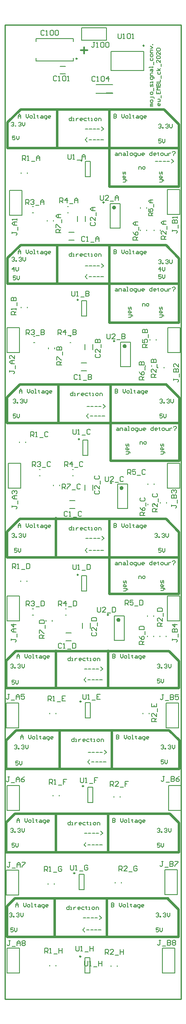
<source format=gto>
G04 Layer_Color=65535*
%FSLAX44Y44*%
%MOMM*%
G71*
G01*
G75*
%ADD27C,0.2540*%
%ADD28C,0.2032*%
%ADD36C,0.2500*%
%ADD37C,0.4000*%
%ADD38C,0.2000*%
%ADD39C,0.5000*%
%ADD40C,0.1500*%
%ADD41C,0.3000*%
D27*
X0Y-1990000D02*
Y-1274D01*
Y-1990000D02*
X359410D01*
X0Y-1274D02*
X359410D01*
Y-1990000D02*
Y-1274D01*
D28*
X144653Y-1881766D02*
Y-1890230D01*
X146346Y-1891923D01*
X149731D01*
X151424Y-1890230D01*
Y-1881766D01*
X154810Y-1891923D02*
X158195D01*
X156503D01*
Y-1881766D01*
X154810Y-1883459D01*
X163274Y-1893616D02*
X170045D01*
X173430Y-1881766D02*
Y-1891923D01*
Y-1886844D01*
X180201D01*
Y-1881766D01*
Y-1891923D01*
X204470Y-1898654D02*
Y-1888497D01*
X209548D01*
X211241Y-1890190D01*
Y-1893575D01*
X209548Y-1895268D01*
X204470D01*
X207856D02*
X211241Y-1898654D01*
X221398D02*
X214627D01*
X221398Y-1891883D01*
Y-1890190D01*
X219705Y-1888497D01*
X216320D01*
X214627Y-1890190D01*
X224783Y-1900347D02*
X231555D01*
X234940Y-1888497D02*
Y-1898654D01*
Y-1893575D01*
X241711D01*
Y-1888497D01*
Y-1898654D01*
X81280Y-1896114D02*
Y-1885957D01*
X86358D01*
X88051Y-1887650D01*
Y-1891035D01*
X86358Y-1892728D01*
X81280D01*
X84666D02*
X88051Y-1896114D01*
X91437D02*
X94822D01*
X93130D01*
Y-1885957D01*
X91437Y-1887650D01*
X99901Y-1897807D02*
X106672D01*
X110057Y-1885957D02*
Y-1896114D01*
Y-1891035D01*
X116828D01*
Y-1885957D01*
Y-1896114D01*
X317921Y-1869827D02*
X314536D01*
X316228D01*
Y-1878291D01*
X314536Y-1879984D01*
X312843D01*
X311150Y-1878291D01*
X321307Y-1881677D02*
X328078D01*
X331463Y-1869827D02*
Y-1879984D01*
X336542D01*
X338235Y-1878291D01*
Y-1876598D01*
X336542Y-1874905D01*
X331463D01*
X336542D01*
X338235Y-1873213D01*
Y-1871520D01*
X336542Y-1869827D01*
X331463D01*
X341620Y-1871520D02*
X343313Y-1869827D01*
X346698D01*
X348391Y-1871520D01*
Y-1873213D01*
X346698Y-1874905D01*
X348391Y-1876598D01*
Y-1878291D01*
X346698Y-1879984D01*
X343313D01*
X341620Y-1878291D01*
Y-1876598D01*
X343313Y-1874905D01*
X341620Y-1873213D01*
Y-1871520D01*
X343313Y-1874905D02*
X346698D01*
X10581Y-1871097D02*
X7196D01*
X8888D01*
Y-1879561D01*
X7196Y-1881254D01*
X5503D01*
X3810Y-1879561D01*
X13967Y-1882947D02*
X20738D01*
X24123Y-1881254D02*
Y-1874483D01*
X27509Y-1871097D01*
X30895Y-1874483D01*
Y-1881254D01*
Y-1876175D01*
X24123D01*
X34280Y-1872790D02*
X35973Y-1871097D01*
X39358D01*
X41051Y-1872790D01*
Y-1874483D01*
X39358Y-1876175D01*
X41051Y-1877868D01*
Y-1879561D01*
X39358Y-1881254D01*
X35973D01*
X34280Y-1879561D01*
Y-1877868D01*
X35973Y-1876175D01*
X34280Y-1874483D01*
Y-1872790D01*
X35973Y-1876175D02*
X39358D01*
X9311Y-1536707D02*
X5926D01*
X7618D01*
Y-1545171D01*
X5926Y-1546864D01*
X4233D01*
X2540Y-1545171D01*
X12697Y-1548557D02*
X19468D01*
X22853Y-1546864D02*
Y-1540093D01*
X26239Y-1536707D01*
X29625Y-1540093D01*
Y-1546864D01*
Y-1541785D01*
X22853D01*
X39781Y-1536707D02*
X36396Y-1538400D01*
X33010Y-1541785D01*
Y-1545171D01*
X34703Y-1546864D01*
X38089D01*
X39781Y-1545171D01*
Y-1543478D01*
X38089Y-1541785D01*
X33010D01*
X324271Y-1369067D02*
X320886D01*
X322578D01*
Y-1377531D01*
X320886Y-1379224D01*
X319193D01*
X317500Y-1377531D01*
X327657Y-1380917D02*
X334428D01*
X337813Y-1369067D02*
Y-1379224D01*
X342892D01*
X344585Y-1377531D01*
Y-1375838D01*
X342892Y-1374146D01*
X337813D01*
X342892D01*
X344585Y-1372453D01*
Y-1370760D01*
X342892Y-1369067D01*
X337813D01*
X354741D02*
X347970D01*
Y-1374146D01*
X351356Y-1372453D01*
X353049D01*
X354741Y-1374146D01*
Y-1377531D01*
X353049Y-1379224D01*
X349663D01*
X347970Y-1377531D01*
X9311Y-1367797D02*
X5926D01*
X7618D01*
Y-1376261D01*
X5926Y-1377954D01*
X4233D01*
X2540Y-1376261D01*
X12697Y-1379647D02*
X19468D01*
X22853Y-1377954D02*
Y-1371183D01*
X26239Y-1367797D01*
X29625Y-1371183D01*
Y-1377954D01*
Y-1372876D01*
X22853D01*
X39781Y-1367797D02*
X33010D01*
Y-1372876D01*
X36396Y-1371183D01*
X38089D01*
X39781Y-1372876D01*
Y-1376261D01*
X38089Y-1377954D01*
X34703D01*
X33010Y-1376261D01*
X188740Y-1189997D02*
Y-1198461D01*
X190433Y-1200154D01*
X193818D01*
X195511Y-1198461D01*
Y-1189997D01*
X205668Y-1200154D02*
X198897D01*
X205668Y-1193383D01*
Y-1191690D01*
X203975Y-1189997D01*
X200590D01*
X198897Y-1191690D01*
X209053Y-1201847D02*
X215825D01*
X219210Y-1189997D02*
Y-1200154D01*
X224289D01*
X225981Y-1198461D01*
Y-1191690D01*
X224289Y-1189997D01*
X219210D01*
X138640Y-1102977D02*
Y-1111441D01*
X140333Y-1113134D01*
X143718D01*
X145411Y-1111441D01*
Y-1102977D01*
X148797Y-1113134D02*
X152182D01*
X150490D01*
Y-1102977D01*
X148797Y-1104670D01*
X157261Y-1114827D02*
X164032D01*
X167417Y-1102977D02*
Y-1113134D01*
X172496D01*
X174188Y-1111441D01*
Y-1104670D01*
X172496Y-1102977D01*
X167417D01*
X80010Y-1253490D02*
X69853D01*
Y-1248412D01*
X71546Y-1246719D01*
X74932D01*
X76624Y-1248412D01*
Y-1253490D01*
Y-1250104D02*
X80010Y-1246719D01*
X69853Y-1243333D02*
Y-1236562D01*
X71546D01*
X78317Y-1243333D01*
X80010D01*
X81703Y-1233177D02*
Y-1226405D01*
X69853Y-1223020D02*
X80010D01*
Y-1217942D01*
X78317Y-1216249D01*
X71546D01*
X69853Y-1217942D01*
Y-1223020D01*
X284480Y-1266194D02*
X274323D01*
Y-1261115D01*
X276016Y-1259423D01*
X279402D01*
X281094Y-1261115D01*
Y-1266194D01*
Y-1262808D02*
X284480Y-1259423D01*
X274323Y-1249266D02*
X276016Y-1252652D01*
X279402Y-1256037D01*
X282787D01*
X284480Y-1254344D01*
Y-1250959D01*
X282787Y-1249266D01*
X281094D01*
X279402Y-1250959D01*
Y-1256037D01*
X286173Y-1245880D02*
Y-1239109D01*
X274323Y-1235724D02*
X284480D01*
Y-1230645D01*
X282787Y-1228952D01*
X276016D01*
X274323Y-1230645D01*
Y-1235724D01*
X244950Y-1186184D02*
Y-1176027D01*
X250028D01*
X251721Y-1177720D01*
Y-1181105D01*
X250028Y-1182798D01*
X244950D01*
X248336D02*
X251721Y-1186184D01*
X261878Y-1176027D02*
X255107D01*
Y-1181105D01*
X258492Y-1179413D01*
X260185D01*
X261878Y-1181105D01*
Y-1184491D01*
X260185Y-1186184D01*
X256800D01*
X255107Y-1184491D01*
X265264Y-1187877D02*
X272035D01*
X275420Y-1176027D02*
Y-1186184D01*
X280499D01*
X282191Y-1184491D01*
Y-1177720D01*
X280499Y-1176027D01*
X275420D01*
X109220Y-1187454D02*
Y-1177297D01*
X114298D01*
X115991Y-1178990D01*
Y-1182375D01*
X114298Y-1184068D01*
X109220D01*
X112606D02*
X115991Y-1187454D01*
X124455D02*
Y-1177297D01*
X119377Y-1182375D01*
X126148D01*
X129533Y-1189147D02*
X136305D01*
X139690Y-1177297D02*
Y-1187454D01*
X144768D01*
X146461Y-1185761D01*
Y-1178990D01*
X144768Y-1177297D01*
X139690D01*
X43240Y-1187454D02*
Y-1177297D01*
X48318D01*
X50011Y-1178990D01*
Y-1182375D01*
X48318Y-1184068D01*
X43240D01*
X46626D02*
X50011Y-1187454D01*
X53397Y-1178990D02*
X55090Y-1177297D01*
X58475D01*
X60168Y-1178990D01*
Y-1180683D01*
X58475Y-1182375D01*
X56782D01*
X58475D01*
X60168Y-1184068D01*
Y-1185761D01*
X58475Y-1187454D01*
X55090D01*
X53397Y-1185761D01*
X63553Y-1189147D02*
X70325D01*
X73710Y-1177297D02*
Y-1187454D01*
X78788D01*
X80481Y-1185761D01*
Y-1178990D01*
X78788Y-1177297D01*
X73710D01*
X321310Y-1229364D02*
X311153D01*
Y-1224286D01*
X312846Y-1222593D01*
X316232D01*
X317924Y-1224286D01*
Y-1229364D01*
Y-1225978D02*
X321310Y-1222593D01*
Y-1212436D02*
Y-1219207D01*
X314539Y-1212436D01*
X312846D01*
X311153Y-1214129D01*
Y-1217514D01*
X312846Y-1219207D01*
X323003Y-1209050D02*
Y-1202279D01*
X311153Y-1198894D02*
X321310D01*
Y-1193815D01*
X319617Y-1192122D01*
X312846D01*
X311153Y-1193815D01*
Y-1198894D01*
X15240Y-1111254D02*
Y-1101097D01*
X20318D01*
X22011Y-1102790D01*
Y-1106176D01*
X20318Y-1107868D01*
X15240D01*
X18626D02*
X22011Y-1111254D01*
X25397D02*
X28782D01*
X27090D01*
Y-1101097D01*
X25397Y-1102790D01*
X33861Y-1112947D02*
X40632D01*
X44017Y-1101097D02*
Y-1111254D01*
X49096D01*
X50788Y-1109561D01*
Y-1102790D01*
X49096Y-1101097D01*
X44017D01*
X341633Y-1254343D02*
Y-1257728D01*
Y-1256036D01*
X350097D01*
X351790Y-1257728D01*
Y-1259421D01*
X350097Y-1261114D01*
X353483Y-1250957D02*
Y-1244186D01*
X341633Y-1240800D02*
X351790D01*
Y-1235722D01*
X350097Y-1234029D01*
X348404D01*
X346712Y-1235722D01*
Y-1240800D01*
Y-1235722D01*
X345019Y-1234029D01*
X343326D01*
X341633Y-1235722D01*
Y-1240800D01*
X351790Y-1225565D02*
X341633D01*
X346712Y-1230644D01*
Y-1223873D01*
X12703Y-1254343D02*
Y-1257728D01*
Y-1256036D01*
X21167D01*
X22860Y-1257728D01*
Y-1259421D01*
X21167Y-1261114D01*
X24553Y-1250957D02*
Y-1244186D01*
X22860Y-1240800D02*
X16089D01*
X12703Y-1237415D01*
X16089Y-1234029D01*
X22860D01*
X17782D01*
Y-1240800D01*
X22860Y-1225565D02*
X12703D01*
X17782Y-1230644D01*
Y-1223873D01*
X178226Y-1241643D02*
X176533Y-1243335D01*
Y-1246721D01*
X178226Y-1248414D01*
X184997D01*
X186690Y-1246721D01*
Y-1243335D01*
X184997Y-1241643D01*
X186690Y-1231486D02*
Y-1238257D01*
X179919Y-1231486D01*
X178226D01*
X176533Y-1233179D01*
Y-1236564D01*
X178226Y-1238257D01*
X188383Y-1228100D02*
Y-1221329D01*
X176533Y-1217944D02*
X186690D01*
Y-1212865D01*
X184997Y-1211172D01*
X178226D01*
X176533Y-1212865D01*
Y-1217944D01*
X115501Y-1265346D02*
X113808Y-1263653D01*
X110423D01*
X108730Y-1265346D01*
Y-1272117D01*
X110423Y-1273810D01*
X113808D01*
X115501Y-1272117D01*
X118887Y-1273810D02*
X122272D01*
X120580D01*
Y-1263653D01*
X118887Y-1265346D01*
X127351Y-1275503D02*
X134122D01*
X137507Y-1263653D02*
Y-1273810D01*
X142586D01*
X144278Y-1272117D01*
Y-1265346D01*
X142586Y-1263653D01*
X137507D01*
X138430Y-826777D02*
Y-835241D01*
X140123Y-836934D01*
X143508D01*
X145201Y-835241D01*
Y-826777D01*
X148587Y-836934D02*
X151972D01*
X150280D01*
Y-826777D01*
X148587Y-828470D01*
X157051Y-838627D02*
X163822D01*
X173979Y-828470D02*
X172286Y-826777D01*
X168900D01*
X167207Y-828470D01*
Y-835241D01*
X168900Y-836934D01*
X172286D01*
X173979Y-835241D01*
X204470Y-923297D02*
Y-931761D01*
X206163Y-933454D01*
X209548D01*
X211241Y-931761D01*
Y-923297D01*
X221398Y-933454D02*
X214627D01*
X221398Y-926683D01*
Y-924990D01*
X219705Y-923297D01*
X216320D01*
X214627Y-924990D01*
X224783Y-935147D02*
X231555D01*
X241711Y-924990D02*
X240019Y-923297D01*
X236633D01*
X234940Y-924990D01*
Y-931761D01*
X236633Y-933454D01*
X240019D01*
X241711Y-931761D01*
X116340Y-948694D02*
Y-938537D01*
X121418D01*
X123111Y-940230D01*
Y-943615D01*
X121418Y-945308D01*
X116340D01*
X119726D02*
X123111Y-948694D01*
X126497Y-938537D02*
X133268D01*
Y-940230D01*
X126497Y-947001D01*
Y-948694D01*
X136653Y-950387D02*
X143425D01*
X153581Y-940230D02*
X151889Y-938537D01*
X148503D01*
X146810Y-940230D01*
Y-947001D01*
X148503Y-948694D01*
X151889D01*
X153581Y-947001D01*
X285590Y-1003464D02*
X275433D01*
Y-998385D01*
X277126Y-996693D01*
X280512D01*
X282204Y-998385D01*
Y-1003464D01*
Y-1000078D02*
X285590Y-996693D01*
X275433Y-986536D02*
X277126Y-989921D01*
X280512Y-993307D01*
X283897D01*
X285590Y-991614D01*
Y-988229D01*
X283897Y-986536D01*
X282204D01*
X280512Y-988229D01*
Y-993307D01*
X287283Y-983150D02*
Y-976379D01*
X277126Y-966223D02*
X275433Y-967915D01*
Y-971301D01*
X277126Y-972994D01*
X283897D01*
X285590Y-971301D01*
Y-967915D01*
X283897Y-966223D01*
X250030Y-919324D02*
Y-909167D01*
X255108D01*
X256801Y-910860D01*
Y-914246D01*
X255108Y-915938D01*
X250030D01*
X253416D02*
X256801Y-919324D01*
X266958Y-909167D02*
X260187D01*
Y-914246D01*
X263572Y-912553D01*
X265265D01*
X266958Y-914246D01*
Y-917631D01*
X265265Y-919324D01*
X261880D01*
X260187Y-917631D01*
X270343Y-921017D02*
X277115D01*
X287271Y-910860D02*
X285578Y-909167D01*
X282193D01*
X280500Y-910860D01*
Y-917631D01*
X282193Y-919324D01*
X285578D01*
X287271Y-917631D01*
X121920Y-902974D02*
Y-892817D01*
X126998D01*
X128691Y-894510D01*
Y-897896D01*
X126998Y-899588D01*
X121920D01*
X125306D02*
X128691Y-902974D01*
X137155D02*
Y-892817D01*
X132077Y-897896D01*
X138848D01*
X142233Y-904667D02*
X149005D01*
X159161Y-894510D02*
X157469Y-892817D01*
X154083D01*
X152390Y-894510D01*
Y-901281D01*
X154083Y-902974D01*
X157469D01*
X159161Y-901281D01*
X55880Y-902974D02*
Y-892817D01*
X60958D01*
X62651Y-894510D01*
Y-897896D01*
X60958Y-899588D01*
X55880D01*
X59266D02*
X62651Y-902974D01*
X66037Y-894510D02*
X67730Y-892817D01*
X71115D01*
X72808Y-894510D01*
Y-896203D01*
X71115Y-897896D01*
X69422D01*
X71115D01*
X72808Y-899588D01*
Y-901281D01*
X71115Y-902974D01*
X67730D01*
X66037Y-901281D01*
X76193Y-904667D02*
X82965D01*
X93121Y-894510D02*
X91428Y-892817D01*
X88043D01*
X86350Y-894510D01*
Y-901281D01*
X88043Y-902974D01*
X91428D01*
X93121Y-901281D01*
X311150Y-995684D02*
X300993D01*
Y-990605D01*
X302686Y-988913D01*
X306072D01*
X307764Y-990605D01*
Y-995684D01*
Y-992298D02*
X311150Y-988913D01*
Y-978756D02*
Y-985527D01*
X304379Y-978756D01*
X302686D01*
X300993Y-980449D01*
Y-983834D01*
X302686Y-985527D01*
X312843Y-975370D02*
Y-968599D01*
X302686Y-958443D02*
X300993Y-960135D01*
Y-963521D01*
X302686Y-965214D01*
X309457D01*
X311150Y-963521D01*
Y-960135D01*
X309457Y-958443D01*
X52070Y-842014D02*
Y-831857D01*
X57148D01*
X58841Y-833550D01*
Y-836936D01*
X57148Y-838628D01*
X52070D01*
X55456D02*
X58841Y-842014D01*
X62227D02*
X65612D01*
X63920D01*
Y-831857D01*
X62227Y-833550D01*
X70691Y-843707D02*
X77462D01*
X87619Y-833550D02*
X85926Y-831857D01*
X82540D01*
X80847Y-833550D01*
Y-840321D01*
X82540Y-842014D01*
X85926D01*
X87619Y-840321D01*
X340363Y-981293D02*
Y-984678D01*
Y-982986D01*
X348827D01*
X350520Y-984678D01*
Y-986371D01*
X348827Y-988064D01*
X352213Y-977907D02*
Y-971136D01*
X340363Y-967750D02*
X350520D01*
Y-962672D01*
X348827Y-960979D01*
X347134D01*
X345442Y-962672D01*
Y-967750D01*
Y-962672D01*
X343749Y-960979D01*
X342056D01*
X340363Y-962672D01*
Y-967750D01*
X342056Y-957594D02*
X340363Y-955901D01*
Y-952515D01*
X342056Y-950823D01*
X343749D01*
X345442Y-952515D01*
Y-954208D01*
Y-952515D01*
X347134Y-950823D01*
X348827D01*
X350520Y-952515D01*
Y-955901D01*
X348827Y-957594D01*
X13973Y-982563D02*
Y-985948D01*
Y-984256D01*
X22437D01*
X24130Y-985948D01*
Y-987641D01*
X22437Y-989334D01*
X25823Y-979177D02*
Y-972406D01*
X24130Y-969020D02*
X17359D01*
X13973Y-965635D01*
X17359Y-962249D01*
X24130D01*
X19052D01*
Y-969020D01*
X15666Y-958864D02*
X13973Y-957171D01*
Y-953785D01*
X15666Y-952093D01*
X17359D01*
X19052Y-953785D01*
Y-955478D01*
Y-953785D01*
X20744Y-952093D01*
X22437D01*
X24130Y-953785D01*
Y-957171D01*
X22437Y-958864D01*
X184576Y-952083D02*
X182883Y-953775D01*
Y-957161D01*
X184576Y-958854D01*
X191347D01*
X193040Y-957161D01*
Y-953775D01*
X191347Y-952083D01*
X193040Y-941926D02*
Y-948697D01*
X186269Y-941926D01*
X184576D01*
X182883Y-943619D01*
Y-947004D01*
X184576Y-948697D01*
X194733Y-938540D02*
Y-931769D01*
X184576Y-921612D02*
X182883Y-923305D01*
Y-926691D01*
X184576Y-928384D01*
X191347D01*
X193040Y-926691D01*
Y-923305D01*
X191347Y-921612D01*
X127421Y-996106D02*
X125728Y-994413D01*
X122343D01*
X120650Y-996106D01*
Y-1002877D01*
X122343Y-1004570D01*
X125728D01*
X127421Y-1002877D01*
X130807Y-1004570D02*
X134192D01*
X132500D01*
Y-994413D01*
X130807Y-996106D01*
X139271Y-1006263D02*
X146042D01*
X156199Y-996106D02*
X154506Y-994413D01*
X151120D01*
X149427Y-996106D01*
Y-1002877D01*
X151120Y-1004570D01*
X154506D01*
X156199Y-1002877D01*
X208280Y-632467D02*
Y-640931D01*
X209973Y-642624D01*
X213358D01*
X215051Y-640931D01*
Y-632467D01*
X225208Y-642624D02*
X218437D01*
X225208Y-635853D01*
Y-634160D01*
X223515Y-632467D01*
X220130D01*
X218437Y-634160D01*
X228593Y-644317D02*
X235365D01*
X238750Y-632467D02*
Y-642624D01*
X243829D01*
X245521Y-640931D01*
Y-639238D01*
X243829Y-637546D01*
X238750D01*
X243829D01*
X245521Y-635853D01*
Y-634160D01*
X243829Y-632467D01*
X238750D01*
X135890Y-544837D02*
Y-553301D01*
X137583Y-554994D01*
X140968D01*
X142661Y-553301D01*
Y-544837D01*
X146047Y-554994D02*
X149432D01*
X147739D01*
Y-544837D01*
X146047Y-546530D01*
X154511Y-556687D02*
X161282D01*
X164667Y-544837D02*
Y-554994D01*
X169746D01*
X171439Y-553301D01*
Y-551608D01*
X169746Y-549916D01*
X164667D01*
X169746D01*
X171439Y-548223D01*
Y-546530D01*
X169746Y-544837D01*
X164667D01*
X115570Y-695964D02*
X105413D01*
Y-690885D01*
X107106Y-689193D01*
X110492D01*
X112184Y-690885D01*
Y-695964D01*
Y-692578D02*
X115570Y-689193D01*
X105413Y-685807D02*
Y-679036D01*
X107106D01*
X113877Y-685807D01*
X115570D01*
X117263Y-675650D02*
Y-668879D01*
X105413Y-665494D02*
X115570D01*
Y-660415D01*
X113877Y-658723D01*
X112184D01*
X110492Y-660415D01*
Y-665494D01*
Y-660415D01*
X108799Y-658723D01*
X107106D01*
X105413Y-660415D01*
Y-665494D01*
X284480Y-726444D02*
X274323D01*
Y-721366D01*
X276016Y-719673D01*
X279402D01*
X281094Y-721366D01*
Y-726444D01*
Y-723058D02*
X284480Y-719673D01*
X274323Y-709516D02*
X276016Y-712902D01*
X279402Y-716287D01*
X282787D01*
X284480Y-714594D01*
Y-711209D01*
X282787Y-709516D01*
X281094D01*
X279402Y-711209D01*
Y-716287D01*
X286173Y-706130D02*
Y-699359D01*
X274323Y-695974D02*
X284480D01*
Y-690895D01*
X282787Y-689202D01*
X281094D01*
X279402Y-690895D01*
Y-695974D01*
Y-690895D01*
X277709Y-689202D01*
X276016D01*
X274323Y-690895D01*
Y-695974D01*
X290830Y-660404D02*
X280673D01*
Y-655325D01*
X282366Y-653633D01*
X285752D01*
X287444Y-655325D01*
Y-660404D01*
Y-657018D02*
X290830Y-653633D01*
X280673Y-643476D02*
Y-650247D01*
X285752D01*
X284059Y-646861D01*
Y-645169D01*
X285752Y-643476D01*
X289137D01*
X290830Y-645169D01*
Y-648554D01*
X289137Y-650247D01*
X292523Y-640090D02*
Y-633319D01*
X280673Y-629934D02*
X290830D01*
Y-624855D01*
X289137Y-623162D01*
X287444D01*
X285752Y-624855D01*
Y-629934D01*
Y-624855D01*
X284059Y-623162D01*
X282366D01*
X280673Y-624855D01*
Y-629934D01*
X107950Y-633894D02*
Y-623737D01*
X113028D01*
X114721Y-625430D01*
Y-628815D01*
X113028Y-630508D01*
X107950D01*
X111336D02*
X114721Y-633894D01*
X123185D02*
Y-623737D01*
X118107Y-628815D01*
X124878D01*
X128263Y-635587D02*
X135035D01*
X138420Y-623737D02*
Y-633894D01*
X143498D01*
X145191Y-632201D01*
Y-630508D01*
X143498Y-628815D01*
X138420D01*
X143498D01*
X145191Y-627123D01*
Y-625430D01*
X143498Y-623737D01*
X138420D01*
X43180Y-633734D02*
Y-623577D01*
X48258D01*
X49951Y-625270D01*
Y-628656D01*
X48258Y-630348D01*
X43180D01*
X46566D02*
X49951Y-633734D01*
X53337Y-625270D02*
X55030Y-623577D01*
X58415D01*
X60108Y-625270D01*
Y-626963D01*
X58415Y-628656D01*
X56722D01*
X58415D01*
X60108Y-630348D01*
Y-632041D01*
X58415Y-633734D01*
X55030D01*
X53337Y-632041D01*
X63493Y-635427D02*
X70265D01*
X73650Y-623577D02*
Y-633734D01*
X78728D01*
X80421Y-632041D01*
Y-630348D01*
X78728Y-628656D01*
X73650D01*
X78728D01*
X80421Y-626963D01*
Y-625270D01*
X78728Y-623577D01*
X73650D01*
X308610Y-721364D02*
X298453D01*
Y-716285D01*
X300146Y-714593D01*
X303532D01*
X305224Y-716285D01*
Y-721364D01*
Y-717978D02*
X308610Y-714593D01*
Y-704436D02*
Y-711207D01*
X301839Y-704436D01*
X300146D01*
X298453Y-706129D01*
Y-709514D01*
X300146Y-711207D01*
X310303Y-701050D02*
Y-694279D01*
X298453Y-690894D02*
X308610D01*
Y-685815D01*
X306917Y-684122D01*
X305224D01*
X303532Y-685815D01*
Y-690894D01*
Y-685815D01*
X301839Y-684122D01*
X300146D01*
X298453Y-685815D01*
Y-690894D01*
X22860Y-593094D02*
X12703D01*
Y-588016D01*
X14396Y-586323D01*
X17782D01*
X19474Y-588016D01*
Y-593094D01*
Y-589708D02*
X22860Y-586323D01*
Y-582937D02*
Y-579552D01*
Y-581244D01*
X12703D01*
X14396Y-582937D01*
X24553Y-574473D02*
Y-567702D01*
X12703Y-564316D02*
X22860D01*
Y-559238D01*
X21167Y-557545D01*
X19474D01*
X17782Y-559238D01*
Y-564316D01*
Y-559238D01*
X16089Y-557545D01*
X14396D01*
X12703Y-559238D01*
Y-564316D01*
X344173Y-723483D02*
Y-726868D01*
Y-725175D01*
X352637D01*
X354330Y-726868D01*
Y-728561D01*
X352637Y-730254D01*
X356023Y-720097D02*
Y-713326D01*
X344173Y-709940D02*
X354330D01*
Y-704862D01*
X352637Y-703169D01*
X350944D01*
X349252Y-704862D01*
Y-709940D01*
Y-704862D01*
X347559Y-703169D01*
X345866D01*
X344173Y-704862D01*
Y-709940D01*
X354330Y-693012D02*
Y-699784D01*
X347559Y-693012D01*
X345866D01*
X344173Y-694705D01*
Y-698091D01*
X345866Y-699784D01*
X8893Y-706973D02*
Y-710358D01*
Y-708665D01*
X17357D01*
X19050Y-710358D01*
Y-712051D01*
X17357Y-713744D01*
X20743Y-703587D02*
Y-696816D01*
X19050Y-693430D02*
X12279D01*
X8893Y-690045D01*
X12279Y-686659D01*
X19050D01*
X13972D01*
Y-693430D01*
X19050Y-676503D02*
Y-683274D01*
X12279Y-676503D01*
X10586D01*
X8893Y-678195D01*
Y-681581D01*
X10586Y-683274D01*
X185846Y-673953D02*
X184153Y-675646D01*
Y-679031D01*
X185846Y-680724D01*
X192617D01*
X194310Y-679031D01*
Y-675646D01*
X192617Y-673953D01*
X194310Y-663796D02*
Y-670567D01*
X187539Y-663796D01*
X185846D01*
X184153Y-665489D01*
Y-668874D01*
X185846Y-670567D01*
X196003Y-660410D02*
Y-653639D01*
X184153Y-650254D02*
X194310D01*
Y-645175D01*
X192617Y-643483D01*
X190924D01*
X189232Y-645175D01*
Y-650254D01*
Y-645175D01*
X187539Y-643483D01*
X185846D01*
X184153Y-645175D01*
Y-650254D01*
X147741Y-716710D02*
X146048Y-715017D01*
X142663D01*
X140970Y-716710D01*
Y-723481D01*
X142663Y-725174D01*
X146048D01*
X147741Y-723481D01*
X151127Y-725174D02*
X154512D01*
X152819D01*
Y-715017D01*
X151127Y-716710D01*
X159591Y-726867D02*
X166362D01*
X169747Y-715017D02*
Y-725174D01*
X174826D01*
X176518Y-723481D01*
Y-721788D01*
X174826Y-720096D01*
X169747D01*
X174826D01*
X176518Y-718403D01*
Y-716710D01*
X174826Y-715017D01*
X169747D01*
X231140Y-19057D02*
Y-27521D01*
X232833Y-29214D01*
X236218D01*
X237911Y-27521D01*
Y-19057D01*
X241297Y-29214D02*
X244682D01*
X242990D01*
Y-19057D01*
X241297Y-20750D01*
X249761D02*
X251453Y-19057D01*
X254839D01*
X256532Y-20750D01*
Y-27521D01*
X254839Y-29214D01*
X251453D01*
X249761Y-27521D01*
Y-20750D01*
X259917Y-29214D02*
X263303D01*
X261610D01*
Y-19057D01*
X259917Y-20750D01*
X194310Y-349257D02*
Y-357721D01*
X196003Y-359414D01*
X199388D01*
X201081Y-357721D01*
Y-349257D01*
X211238Y-359414D02*
X204467D01*
X211238Y-352643D01*
Y-350950D01*
X209545Y-349257D01*
X206159D01*
X204467Y-350950D01*
X214623Y-361107D02*
X221395D01*
X224780Y-359414D02*
Y-352643D01*
X228166Y-349257D01*
X231551Y-352643D01*
Y-359414D01*
Y-354336D01*
X224780D01*
X128270Y-265437D02*
Y-273901D01*
X129963Y-275594D01*
X133348D01*
X135041Y-273901D01*
Y-265437D01*
X138427Y-275594D02*
X141812D01*
X140119D01*
Y-265437D01*
X138427Y-267130D01*
X146891Y-277287D02*
X153662D01*
X157047Y-275594D02*
Y-268823D01*
X160433Y-265437D01*
X163818Y-268823D01*
Y-275594D01*
Y-270515D01*
X157047D01*
X114300Y-425454D02*
X104143D01*
Y-420376D01*
X105836Y-418683D01*
X109222D01*
X110914Y-420376D01*
Y-425454D01*
Y-422068D02*
X114300Y-418683D01*
X104143Y-415297D02*
Y-408526D01*
X105836D01*
X112607Y-415297D01*
X114300D01*
X115993Y-405140D02*
Y-398369D01*
X114300Y-394984D02*
X107529D01*
X104143Y-391598D01*
X107529Y-388213D01*
X114300D01*
X109222D01*
Y-394984D01*
X271780Y-440694D02*
X261623D01*
Y-435616D01*
X263316Y-433923D01*
X266702D01*
X268394Y-435616D01*
Y-440694D01*
Y-437308D02*
X271780Y-433923D01*
X261623Y-423766D02*
X263316Y-427151D01*
X266702Y-430537D01*
X270087D01*
X271780Y-428844D01*
Y-425459D01*
X270087Y-423766D01*
X268394D01*
X266702Y-425459D01*
Y-430537D01*
X273473Y-420380D02*
Y-413609D01*
X271780Y-410224D02*
X265009D01*
X261623Y-406838D01*
X265009Y-403452D01*
X271780D01*
X266702D01*
Y-410224D01*
X302260Y-391164D02*
X293373D01*
Y-386720D01*
X294854Y-385239D01*
X297816D01*
X299298Y-386720D01*
Y-391164D01*
Y-388201D02*
X302260Y-385239D01*
X293373Y-376352D02*
Y-382277D01*
X297816D01*
X296335Y-379314D01*
Y-377833D01*
X297816Y-376352D01*
X300779D01*
X302260Y-377833D01*
Y-380796D01*
X300779Y-382277D01*
X303741Y-373390D02*
Y-367465D01*
X302260Y-364502D02*
X296335D01*
X293373Y-361540D01*
X296335Y-358578D01*
X302260D01*
X297816D01*
Y-364502D01*
X111760Y-364494D02*
Y-354337D01*
X116838D01*
X118531Y-356030D01*
Y-359416D01*
X116838Y-361108D01*
X111760D01*
X115146D02*
X118531Y-364494D01*
X126995D02*
Y-354337D01*
X121917Y-359416D01*
X128688D01*
X132073Y-366187D02*
X138845D01*
X142230Y-364494D02*
Y-357723D01*
X145616Y-354337D01*
X149001Y-357723D01*
Y-364494D01*
Y-359416D01*
X142230D01*
X41910Y-368304D02*
Y-358147D01*
X46988D01*
X48681Y-359840D01*
Y-363226D01*
X46988Y-364918D01*
X41910D01*
X45296D02*
X48681Y-368304D01*
X52067Y-359840D02*
X53759Y-358147D01*
X57145D01*
X58838Y-359840D01*
Y-361533D01*
X57145Y-363226D01*
X55452D01*
X57145D01*
X58838Y-364918D01*
Y-366611D01*
X57145Y-368304D01*
X53759D01*
X52067Y-366611D01*
X62223Y-369997D02*
X68995D01*
X72380Y-368304D02*
Y-361533D01*
X75766Y-358147D01*
X79151Y-361533D01*
Y-368304D01*
Y-363226D01*
X72380D01*
X328930Y-439424D02*
X318773D01*
Y-434346D01*
X320466Y-432653D01*
X323852D01*
X325544Y-434346D01*
Y-439424D01*
Y-436038D02*
X328930Y-432653D01*
Y-422496D02*
Y-429267D01*
X322159Y-422496D01*
X320466D01*
X318773Y-424189D01*
Y-427574D01*
X320466Y-429267D01*
X330623Y-419110D02*
Y-412339D01*
X328930Y-408954D02*
X322159D01*
X318773Y-405568D01*
X322159Y-402183D01*
X328930D01*
X323852D01*
Y-408954D01*
X35560Y-278134D02*
Y-267977D01*
X40638D01*
X42331Y-269670D01*
Y-273055D01*
X40638Y-274748D01*
X35560D01*
X38946D02*
X42331Y-278134D01*
X45717D02*
X49102D01*
X47410D01*
Y-267977D01*
X45717Y-269670D01*
X54181Y-279827D02*
X60952D01*
X64337Y-278134D02*
Y-271363D01*
X67723Y-267977D01*
X71108Y-271363D01*
Y-278134D01*
Y-273055D01*
X64337D01*
X341633Y-419953D02*
Y-423338D01*
Y-421646D01*
X350097D01*
X351790Y-423338D01*
Y-425031D01*
X350097Y-426724D01*
X353483Y-416567D02*
Y-409796D01*
X341633Y-406410D02*
X351790D01*
Y-401332D01*
X350097Y-399639D01*
X348404D01*
X346712Y-401332D01*
Y-406410D01*
Y-401332D01*
X345019Y-399639D01*
X343326D01*
X341633Y-401332D01*
Y-406410D01*
X351790Y-396254D02*
Y-392868D01*
Y-394561D01*
X341633D01*
X343326Y-396254D01*
X13973Y-423603D02*
Y-426988D01*
Y-425295D01*
X22437D01*
X24130Y-426988D01*
Y-428681D01*
X22437Y-430374D01*
X25823Y-420217D02*
Y-413446D01*
X24130Y-410060D02*
X17359D01*
X13973Y-406675D01*
X17359Y-403289D01*
X24130D01*
X19052D01*
Y-410060D01*
X24130Y-399904D02*
Y-396518D01*
Y-398211D01*
X13973D01*
X15666Y-399904D01*
X183301Y-36837D02*
X179916D01*
X181608D01*
Y-45301D01*
X179916Y-46994D01*
X178223D01*
X176530Y-45301D01*
X186687Y-46994D02*
X190072D01*
X188379D01*
Y-36837D01*
X186687Y-38530D01*
X195151D02*
X196843Y-36837D01*
X200229D01*
X201922Y-38530D01*
Y-45301D01*
X200229Y-46994D01*
X196843D01*
X195151Y-45301D01*
Y-38530D01*
X205307D02*
X207000Y-36837D01*
X210386D01*
X212078Y-38530D01*
Y-45301D01*
X210386Y-46994D01*
X207000D01*
X205307Y-45301D01*
Y-38530D01*
X184081Y-108380D02*
X182388Y-106687D01*
X179003D01*
X177310Y-108380D01*
Y-115151D01*
X179003Y-116844D01*
X182388D01*
X184081Y-115151D01*
X187467Y-116844D02*
X190852D01*
X189160D01*
Y-106687D01*
X187467Y-108380D01*
X195931D02*
X197623Y-106687D01*
X201009D01*
X202702Y-108380D01*
Y-115151D01*
X201009Y-116844D01*
X197623D01*
X195931Y-115151D01*
Y-108380D01*
X211166Y-116844D02*
Y-106687D01*
X206087Y-111765D01*
X212859D01*
X105831Y-107110D02*
X104138Y-105417D01*
X100753D01*
X99060Y-107110D01*
Y-113881D01*
X100753Y-115574D01*
X104138D01*
X105831Y-113881D01*
X109217Y-115574D02*
X112602D01*
X110910D01*
Y-105417D01*
X109217Y-107110D01*
X117681D02*
X119373Y-105417D01*
X122759D01*
X124452Y-107110D01*
Y-113881D01*
X122759Y-115574D01*
X119373D01*
X117681Y-113881D01*
Y-107110D01*
X127837Y-115574D02*
X131223D01*
X129530D01*
Y-105417D01*
X127837Y-107110D01*
X80431Y-14400D02*
X78738Y-12707D01*
X75353D01*
X73660Y-14400D01*
Y-21171D01*
X75353Y-22864D01*
X78738D01*
X80431Y-21171D01*
X83817Y-22864D02*
X87202D01*
X85510D01*
Y-12707D01*
X83817Y-14400D01*
X92281D02*
X93973Y-12707D01*
X97359D01*
X99052Y-14400D01*
Y-21171D01*
X97359Y-22864D01*
X93973D01*
X92281Y-21171D01*
Y-14400D01*
X102437D02*
X104130Y-12707D01*
X107516D01*
X109208Y-14400D01*
Y-21171D01*
X107516Y-22864D01*
X104130D01*
X102437Y-21171D01*
Y-14400D01*
X175686Y-404553D02*
X173993Y-406245D01*
Y-409631D01*
X175686Y-411324D01*
X182457D01*
X184150Y-409631D01*
Y-406245D01*
X182457Y-404553D01*
X184150Y-394396D02*
Y-401167D01*
X177379Y-394396D01*
X175686D01*
X173993Y-396089D01*
Y-399474D01*
X175686Y-401167D01*
X185843Y-391010D02*
Y-384239D01*
X184150Y-380854D02*
X177379D01*
X173993Y-377468D01*
X177379Y-374082D01*
X184150D01*
X179072D01*
Y-380854D01*
X162981Y-434770D02*
X161288Y-433077D01*
X157903D01*
X156210Y-434770D01*
Y-441541D01*
X157903Y-443234D01*
X161288D01*
X162981Y-441541D01*
X166367Y-443234D02*
X169752D01*
X168060D01*
Y-433077D01*
X166367Y-434770D01*
X174831Y-444927D02*
X181602D01*
X184987Y-443234D02*
Y-436463D01*
X188373Y-433077D01*
X191758Y-436463D01*
Y-443234D01*
Y-438156D01*
X184987D01*
X325541Y-1535437D02*
X322156D01*
X323848D01*
Y-1543901D01*
X322156Y-1545594D01*
X320463D01*
X318770Y-1543901D01*
X328927Y-1547287D02*
X335698D01*
X339083Y-1535437D02*
Y-1545594D01*
X344162D01*
X345855Y-1543901D01*
Y-1542208D01*
X344162Y-1540515D01*
X339083D01*
X344162D01*
X345855Y-1538823D01*
Y-1537130D01*
X344162Y-1535437D01*
X339083D01*
X356011D02*
X352626Y-1537130D01*
X349240Y-1540515D01*
Y-1543901D01*
X350933Y-1545594D01*
X354319D01*
X356011Y-1543901D01*
Y-1542208D01*
X354319Y-1540515D01*
X349240D01*
X153670Y-1537977D02*
Y-1546441D01*
X155363Y-1548134D01*
X158748D01*
X160441Y-1546441D01*
Y-1537977D01*
X163827Y-1548134D02*
X167212D01*
X165520D01*
Y-1537977D01*
X163827Y-1539670D01*
X172291Y-1549827D02*
X179062D01*
X189219Y-1537977D02*
X182447D01*
Y-1543056D01*
X185833D01*
X182447D01*
Y-1548134D01*
X158910Y-1367797D02*
Y-1376261D01*
X160603Y-1377954D01*
X163988D01*
X165681Y-1376261D01*
Y-1367797D01*
X169067Y-1377954D02*
X172452D01*
X170760D01*
Y-1367797D01*
X169067Y-1369490D01*
X177531Y-1379647D02*
X184302D01*
X194459Y-1367797D02*
X187687D01*
Y-1377954D01*
X194459D01*
X187687Y-1372876D02*
X191073D01*
X214630Y-1555754D02*
Y-1545597D01*
X219708D01*
X221401Y-1547290D01*
Y-1550676D01*
X219708Y-1552368D01*
X214630D01*
X218016D02*
X221401Y-1555754D01*
X231558D02*
X224787D01*
X231558Y-1548983D01*
Y-1547290D01*
X229865Y-1545597D01*
X226479D01*
X224787Y-1547290D01*
X234943Y-1557447D02*
X241715D01*
X251871Y-1545597D02*
X245100D01*
Y-1550676D01*
X248486D01*
X245100D01*
Y-1555754D01*
X309880Y-1423834D02*
X299723D01*
Y-1418755D01*
X301416Y-1417063D01*
X304802D01*
X306494Y-1418755D01*
Y-1423834D01*
Y-1420448D02*
X309880Y-1417063D01*
Y-1406906D02*
Y-1413677D01*
X303109Y-1406906D01*
X301416D01*
X299723Y-1408599D01*
Y-1411984D01*
X301416Y-1413677D01*
X311573Y-1403520D02*
Y-1396749D01*
X299723Y-1386593D02*
Y-1393364D01*
X309880D01*
Y-1386593D01*
X304802Y-1393364D02*
Y-1389978D01*
X90170Y-1551944D02*
Y-1541787D01*
X95248D01*
X96941Y-1543480D01*
Y-1546866D01*
X95248Y-1548558D01*
X90170D01*
X93556D02*
X96941Y-1551944D01*
X100327D02*
X103712D01*
X102020D01*
Y-1541787D01*
X100327Y-1543480D01*
X108791Y-1553637D02*
X115562D01*
X125718Y-1541787D02*
X118947D01*
Y-1546866D01*
X122333D01*
X118947D01*
Y-1551944D01*
X87630Y-1381764D02*
Y-1371607D01*
X92708D01*
X94401Y-1373300D01*
Y-1376685D01*
X92708Y-1378378D01*
X87630D01*
X91016D02*
X94401Y-1381764D01*
X97787D02*
X101172D01*
X99480D01*
Y-1371607D01*
X97787Y-1373300D01*
X106251Y-1383457D02*
X113022D01*
X123179Y-1371607D02*
X116407D01*
Y-1381764D01*
X123179D01*
X116407Y-1376685D02*
X119793D01*
X10581Y-1710697D02*
X7196D01*
X8888D01*
Y-1719161D01*
X7196Y-1720854D01*
X5503D01*
X3810Y-1719161D01*
X13967Y-1722547D02*
X20738D01*
X24123Y-1720854D02*
Y-1714083D01*
X27509Y-1710697D01*
X30895Y-1714083D01*
Y-1720854D01*
Y-1715775D01*
X24123D01*
X34280Y-1710697D02*
X41051D01*
Y-1712390D01*
X34280Y-1719161D01*
Y-1720854D01*
X323001Y-1709427D02*
X319616D01*
X321308D01*
Y-1717891D01*
X319616Y-1719584D01*
X317923D01*
X316230Y-1717891D01*
X326387Y-1721277D02*
X333158D01*
X336543Y-1709427D02*
Y-1719584D01*
X341622D01*
X343315Y-1717891D01*
Y-1716198D01*
X341622Y-1714505D01*
X336543D01*
X341622D01*
X343315Y-1712813D01*
Y-1711120D01*
X341622Y-1709427D01*
X336543D01*
X346700D02*
X353471D01*
Y-1711120D01*
X346700Y-1717891D01*
Y-1719584D01*
X80010Y-1729744D02*
Y-1719587D01*
X85088D01*
X86781Y-1721280D01*
Y-1724666D01*
X85088Y-1726358D01*
X80010D01*
X83396D02*
X86781Y-1729744D01*
X90167D02*
X93552D01*
X91860D01*
Y-1719587D01*
X90167Y-1721280D01*
X98631Y-1731437D02*
X105402D01*
X115559Y-1721280D02*
X113866Y-1719587D01*
X110480D01*
X108787Y-1721280D01*
Y-1728051D01*
X110480Y-1729744D01*
X113866D01*
X115559Y-1728051D01*
Y-1724666D01*
X112173D01*
X232410Y-1728474D02*
Y-1718317D01*
X237488D01*
X239181Y-1720010D01*
Y-1723396D01*
X237488Y-1725088D01*
X232410D01*
X235796D02*
X239181Y-1728474D01*
X249338D02*
X242567D01*
X249338Y-1721703D01*
Y-1720010D01*
X247645Y-1718317D01*
X244259D01*
X242567Y-1720010D01*
X252723Y-1730167D02*
X259495D01*
X269651Y-1720010D02*
X267959Y-1718317D01*
X264573D01*
X262880Y-1720010D01*
Y-1726781D01*
X264573Y-1728474D01*
X267959D01*
X269651Y-1726781D01*
Y-1723396D01*
X266266D01*
X133350Y-1717047D02*
Y-1725511D01*
X135043Y-1727204D01*
X138428D01*
X140121Y-1725511D01*
Y-1717047D01*
X143507Y-1727204D02*
X146892D01*
X145199D01*
Y-1717047D01*
X143507Y-1718740D01*
X151971Y-1728897D02*
X158742D01*
X168899Y-1718740D02*
X167206Y-1717047D01*
X163820D01*
X162127Y-1718740D01*
Y-1725511D01*
X163820Y-1727204D01*
X167206D01*
X168899Y-1725511D01*
Y-1722126D01*
X165513D01*
X162070Y-1912627D02*
Y-1921091D01*
X163763Y-1922784D01*
X167148D01*
X168841Y-1921091D01*
Y-1912627D01*
X172227Y-1922784D02*
X175612D01*
X173920D01*
Y-1912627D01*
X172227Y-1914320D01*
X180691Y-1924477D02*
X187462D01*
X190847Y-1912627D02*
Y-1922784D01*
Y-1917706D01*
X197619D01*
Y-1912627D01*
Y-1922784D01*
D36*
X142710Y-1733084D02*
G03*
X142710Y-1733084I-1250J0D01*
G01*
X154920Y-1903264D02*
G03*
X154920Y-1903264I-1250J0D01*
G01*
X211430Y-1205624D02*
G03*
X211430Y-1205624I-1250J0D01*
G01*
X149790Y-1123984D02*
G03*
X149790Y-1123984I-1250J0D01*
G01*
X152330Y-847124D02*
G03*
X152330Y-847124I-1250J0D01*
G01*
X217780Y-936384D02*
G03*
X217780Y-936384I-1250J0D01*
G01*
X224130Y-646824D02*
G03*
X224130Y-646824I-1250J0D01*
G01*
X149790Y-562644D02*
G03*
X149790Y-562644I-1250J0D01*
G01*
X284440Y-43684D02*
G03*
X284440Y-43684I-1250J0D01*
G01*
X202540Y-363774D02*
G03*
X202540Y-363774I-1250J0D01*
G01*
X157410Y-278164D02*
G03*
X157410Y-278164I-1250J0D01*
G01*
X147350Y-70324D02*
G03*
X147350Y-70324I-1250J0D01*
G01*
X160490Y-1555284D02*
G03*
X160490Y-1555284I-1250J0D01*
G01*
X155410Y-1382564D02*
G03*
X155410Y-1382564I-1250J0D01*
G01*
D37*
X233680Y-1216174D02*
G03*
X233680Y-1216174I-2000J0D01*
G01*
X240030Y-946934D02*
G03*
X240030Y-946934I-2000J0D01*
G01*
X246380Y-657374D02*
G03*
X246380Y-657374I-2000J0D01*
G01*
X224790Y-374324D02*
G03*
X224790Y-374324I-2000J0D01*
G01*
D38*
X158370Y-1233274D02*
Y-1222274D01*
X174370Y-1233274D02*
Y-1222274D01*
X163450Y-951654D02*
Y-940654D01*
X179450Y-951654D02*
Y-940654D01*
X163450Y-664634D02*
Y-653634D01*
X179450Y-664634D02*
Y-653634D01*
X148210Y-403014D02*
Y-392014D01*
X164210Y-403014D02*
Y-392014D01*
X124040Y-1242950D02*
X135040D01*
X124040Y-1258950D02*
X135040D01*
X131660Y-972440D02*
X142660D01*
X131660Y-988440D02*
X142660D01*
X155790Y-691774D02*
X166790D01*
X155790Y-707774D02*
X166790D01*
X130390Y-425074D02*
X141390D01*
X130390Y-441074D02*
X141390D01*
X289460Y-375654D02*
Y-373654D01*
X276960Y-375654D02*
Y-373654D01*
X161210Y-1766834D02*
Y-1735834D01*
X151210Y-1766834D02*
Y-1735834D01*
Y-1766834D02*
X161210D01*
X151210Y-1735834D02*
X161210D01*
X163420Y-1906014D02*
X173420D01*
X163420Y-1937014D02*
X173420D01*
X163420D02*
Y-1906014D01*
X173420Y-1937014D02*
Y-1906014D01*
X216630Y-1923784D02*
Y-1921784D01*
X229130Y-1923784D02*
Y-1921784D01*
X91540Y-1922514D02*
Y-1920514D01*
X104040Y-1922514D02*
Y-1920514D01*
X321310Y-1886334D02*
X346710D01*
X321310Y-1937134D02*
Y-1886334D01*
Y-1937134D02*
X346710D01*
Y-1886334D01*
X3810D02*
X29210D01*
X3810Y-1937134D02*
Y-1886334D01*
Y-1937134D02*
X29210D01*
Y-1886334D01*
X3810Y-1605284D02*
X29210D01*
Y-1554484D01*
X3810D02*
X29210D01*
X3810Y-1605284D02*
Y-1554484D01*
X328930Y-1436534D02*
X354330D01*
Y-1385734D01*
X328930D02*
X354330D01*
X328930Y-1436534D02*
Y-1385734D01*
X2540Y-1436534D02*
X27940D01*
Y-1385734D01*
X2540D02*
X27940D01*
X2540Y-1436534D02*
Y-1385734D01*
X223680Y-1258174D02*
X243680D01*
X223680Y-1208174D02*
X243680D01*
Y-1258174D02*
Y-1208174D01*
X223680Y-1258174D02*
Y-1208174D01*
X166290Y-1157234D02*
Y-1126234D01*
X156290Y-1157234D02*
Y-1126234D01*
Y-1157234D02*
X166290D01*
X156290Y-1126234D02*
X166290D01*
X96420Y-1218774D02*
Y-1216774D01*
X83920Y-1218774D02*
Y-1216774D01*
X303430Y-1250684D02*
Y-1248684D01*
X290930Y-1250684D02*
Y-1248684D01*
X303430Y-1208774D02*
Y-1206774D01*
X290930Y-1208774D02*
Y-1206774D01*
X123460Y-1206404D02*
X125460D01*
X123460Y-1193904D02*
X125460D01*
X55990Y-1206404D02*
X57990D01*
X55990Y-1193904D02*
X57990D01*
X316330Y-1250684D02*
Y-1248684D01*
X328830Y-1250684D02*
Y-1248684D01*
X44350Y-1137654D02*
Y-1135654D01*
X31850Y-1137654D02*
Y-1135654D01*
X331470Y-1217934D02*
X356870D01*
Y-1167134D01*
X331470D02*
X356870D01*
X331470Y-1217934D02*
Y-1167134D01*
X3810Y-1217934D02*
X29210D01*
Y-1167134D01*
X3810D02*
X29210D01*
X3810Y-1217934D02*
Y-1167134D01*
X168830Y-880374D02*
Y-849374D01*
X158830Y-880374D02*
Y-849374D01*
Y-880374D02*
X168830D01*
X158830Y-849374D02*
X168830D01*
X230030Y-988934D02*
X250030D01*
X230030Y-938934D02*
X250030D01*
Y-988934D02*
Y-938934D01*
X230030Y-988934D02*
Y-938934D01*
X111660Y-942074D02*
Y-940074D01*
X99160Y-942074D02*
Y-940074D01*
X304700Y-981444D02*
Y-979444D01*
X292200Y-981444D02*
Y-979444D01*
X304700Y-939534D02*
Y-937534D01*
X292200Y-939534D02*
Y-937534D01*
X137430Y-921924D02*
X139430D01*
X137430Y-909424D02*
X139430D01*
X70120Y-921924D02*
X72120D01*
X70120Y-909424D02*
X72120D01*
X317600Y-977634D02*
Y-975634D01*
X330100Y-977634D02*
Y-975634D01*
X41810Y-854444D02*
Y-852444D01*
X29310Y-854444D02*
Y-852444D01*
X331470Y-947424D02*
X356870D01*
Y-896624D01*
X331470D02*
X356870D01*
X331470Y-947424D02*
Y-896624D01*
X6350Y-947424D02*
X31750D01*
Y-896624D01*
X6350D02*
X31750D01*
X6350Y-947424D02*
Y-896624D01*
X236380Y-699374D02*
X256380D01*
X236380Y-649374D02*
X256380D01*
Y-699374D02*
Y-649374D01*
X236380Y-699374D02*
Y-649374D01*
X166290Y-595894D02*
Y-564894D01*
X156290Y-595894D02*
Y-564894D01*
Y-595894D02*
X166290D01*
X156290Y-564894D02*
X166290D01*
X101500Y-662514D02*
Y-660514D01*
X89000Y-662514D02*
Y-660514D01*
X299620Y-698234D02*
Y-696234D01*
X287120Y-698234D02*
Y-696234D01*
X308510Y-644894D02*
Y-642894D01*
X296010Y-644894D02*
Y-642894D01*
X132350Y-650144D02*
X134350D01*
X132350Y-637644D02*
X134350D01*
X58530Y-650144D02*
X60530D01*
X58530Y-637644D02*
X60530D01*
X312520Y-702044D02*
Y-700044D01*
X325020Y-702044D02*
Y-700044D01*
X45620Y-578854D02*
Y-576854D01*
X33120Y-578854D02*
Y-576854D01*
X332740Y-670564D02*
X358140D01*
Y-619764D01*
X332740D02*
X358140D01*
X332740Y-670564D02*
Y-619764D01*
X3810Y-670564D02*
X29210D01*
Y-619764D01*
X3810D02*
X29210D01*
X3810Y-670564D02*
Y-619764D01*
X216690Y-94434D02*
Y-55434D01*
X283690Y-94434D02*
Y-55434D01*
X216690Y-94434D02*
X283690D01*
X216690Y-55434D02*
X283690D01*
X214790Y-416324D02*
X234790D01*
X214790Y-366324D02*
X234790D01*
Y-416324D02*
Y-366324D01*
X214790Y-416324D02*
Y-366324D01*
X173910Y-311414D02*
Y-280414D01*
X163910Y-311414D02*
Y-280414D01*
Y-311414D02*
X173910D01*
X163910Y-280414D02*
X173910D01*
X98960Y-402324D02*
Y-400324D01*
X86460Y-402324D02*
Y-400324D01*
X289460Y-421374D02*
Y-419374D01*
X276960Y-421374D02*
Y-419374D01*
X127270Y-384714D02*
X129270D01*
X127270Y-372214D02*
X129270D01*
X55990Y-384714D02*
X57990D01*
X55990Y-372214D02*
X57990D01*
X304900Y-421374D02*
Y-419374D01*
X317400Y-421374D02*
Y-419374D01*
X45620Y-304534D02*
Y-302534D01*
X33120Y-304534D02*
Y-302534D01*
X331470Y-388624D02*
X356870D01*
Y-337824D01*
X331470D02*
X356870D01*
X331470Y-388624D02*
Y-337824D01*
X8890Y-389894D02*
X34290D01*
Y-339094D01*
X8890D02*
X34290D01*
X8890Y-389894D02*
Y-339094D01*
X207010Y-33024D02*
Y-7624D01*
X156210D02*
X207010D01*
X156210Y-33024D02*
Y-7624D01*
Y-33024D02*
X207010D01*
X206740Y-123584D02*
X219740D01*
X185740D02*
Y-123084D01*
X206740Y-140584D02*
X219740D01*
X185740Y-141084D02*
Y-140584D01*
Y-123084D02*
X219740D01*
X185740Y-141084D02*
X219740D01*
X112770Y-86484D02*
X123770D01*
X112770Y-101484D02*
X123770D01*
X63600Y-35324D02*
Y-29074D01*
X139600Y-35324D02*
Y-29074D01*
X63600Y-75074D02*
Y-68824D01*
X139600Y-75074D02*
Y-68824D01*
X63600Y-29074D02*
X139600D01*
X63600Y-75074D02*
X139600D01*
X334010Y-1554484D02*
X359410D01*
X334010Y-1605284D02*
Y-1554484D01*
Y-1605284D02*
X359410D01*
Y-1554484D01*
X178990Y-1589034D02*
Y-1558034D01*
X168990Y-1589034D02*
Y-1558034D01*
Y-1589034D02*
X178990D01*
X168990Y-1558034D02*
X178990D01*
X173910Y-1416314D02*
Y-1385314D01*
X163910Y-1416314D02*
Y-1385314D01*
Y-1416314D02*
X173910D01*
X163910Y-1385314D02*
X173910D01*
X234850Y-1578344D02*
Y-1576344D01*
X222350Y-1578344D02*
Y-1576344D01*
X294540Y-1408164D02*
Y-1406164D01*
X282040Y-1408164D02*
Y-1406164D01*
X110390Y-1575804D02*
Y-1573804D01*
X97890Y-1575804D02*
Y-1573804D01*
X104040Y-1408164D02*
Y-1406164D01*
X91540Y-1408164D02*
Y-1406164D01*
X2540Y-1727044D02*
X27940D01*
X2540Y-1777844D02*
Y-1727044D01*
Y-1777844D02*
X27940D01*
Y-1727044D01*
X326390Y-1725934D02*
X351790D01*
X326390Y-1776734D02*
Y-1725934D01*
Y-1776734D02*
X351790D01*
Y-1725934D01*
X100230Y-1756144D02*
Y-1754144D01*
X87730Y-1756144D02*
Y-1754144D01*
X237390Y-1753604D02*
Y-1751604D01*
X224890Y-1753604D02*
Y-1751604D01*
D39*
X31750Y-173994D02*
X325120D01*
X355768Y-204642D01*
Y-331474D02*
Y-204642D01*
X5248Y-200496D02*
X31750Y-173994D01*
X5248Y-252734D02*
Y-200496D01*
X31750Y-450854D02*
X328930D01*
X355768Y-477692D01*
Y-609604D02*
Y-477692D01*
X5248Y-477356D02*
X31750Y-450854D01*
X5248Y-529594D02*
Y-477356D01*
X20320Y-1784354D02*
X29210D01*
X22860D02*
X29210D01*
X3810Y-1800864D02*
X20320Y-1784354D01*
X30480Y-735334D02*
X330200D01*
X328930D02*
X356362Y-762766D01*
Y-891544D02*
Y-762766D01*
X3810Y-762004D02*
X30480Y-735334D01*
Y-1009654D02*
X328930D01*
X355818Y-1036542D01*
Y-1163324D02*
Y-1036542D01*
X3810Y-1036324D02*
X30480Y-1009654D01*
X3810Y-1088394D02*
Y-1036324D01*
X21590Y-1280164D02*
X335280D01*
X2758Y-1298996D02*
X21590Y-1280164D01*
X2758Y-1355094D02*
Y-1298996D01*
X335280Y-1280164D02*
X355600Y-1300484D01*
Y-1355094D02*
Y-1300484D01*
X356108Y-1520194D02*
Y-1462282D01*
X335280Y-1441454D02*
X356108Y-1462282D01*
X22860Y-1441454D02*
X335280D01*
X2540Y-1461774D02*
X22860Y-1441454D01*
X2758Y-1690374D02*
Y-1629196D01*
X20320Y-1611634D01*
X336550D01*
X355600Y-1630684D01*
Y-1690374D02*
Y-1630684D01*
X332994Y-1785370D02*
X354838Y-1807214D01*
X2758Y-1355094D02*
X355600D01*
X354838Y-1863094D02*
Y-1807214D01*
X3810Y-1863094D02*
X354838D01*
X3810D02*
Y-1800864D01*
X101818Y-1863094D02*
Y-1784354D01*
X26670Y-1784354D02*
X333502D01*
X208498Y-1863094D02*
Y-1784354D01*
X211038Y-1690374D02*
Y-1611634D01*
X104358Y-1690374D02*
Y-1611634D01*
X2758Y-1690374D02*
X355600D01*
X2540Y-1520194D02*
X356108D01*
X2540D02*
Y-1461774D01*
X111978Y-1520194D02*
Y-1441454D01*
X218658Y-1520194D02*
Y-1441454D01*
X211038Y-1355094D02*
Y-1278894D01*
X104358Y-1355094D02*
Y-1278894D01*
X213578Y-1163324D02*
X355818D01*
X3810Y-1088394D02*
X355818D01*
X213578Y-1163324D02*
Y-1009654D01*
X104358Y-1087124D02*
Y-1008384D01*
X109388Y-814074D02*
Y-735334D01*
X3810Y-814074D02*
Y-762004D01*
X216068Y-891544D02*
Y-735334D01*
X3810Y-814074D02*
X354330D01*
X216068Y-891544D02*
X356362D01*
X106848Y-529594D02*
Y-450854D01*
X213528Y-609604D02*
Y-450854D01*
X5248Y-529594D02*
X355768D01*
X213528Y-609604D02*
X355768D01*
X213528Y-331474D02*
X355768D01*
X5248Y-252734D02*
X355768D01*
X213528Y-331474D02*
Y-173994D01*
X106848Y-252734D02*
Y-173994D01*
D40*
X162749Y-1852934D02*
X158750Y-1848935D01*
X162749Y-1844936D01*
X166747Y-1848935D02*
X172079D01*
X174745D02*
X180076D01*
X182742D02*
X188074D01*
X190740D02*
X196071D01*
X192851Y-1819914D02*
X196850Y-1823913D01*
X192851Y-1827911D01*
X188853Y-1823913D02*
X183521D01*
X180855D02*
X175524D01*
X172858D02*
X167526D01*
X164860D02*
X159529D01*
X313992Y-1844936D02*
X308660D01*
Y-1848935D01*
X311326Y-1847602D01*
X312659D01*
X313992Y-1848935D01*
Y-1851601D01*
X312659Y-1852934D01*
X309993D01*
X308660Y-1851601D01*
X316657Y-1844936D02*
Y-1850268D01*
X319323Y-1852934D01*
X321989Y-1850268D01*
Y-1844936D01*
X16762D02*
X11430D01*
Y-1848935D01*
X14096Y-1847602D01*
X15429D01*
X16762Y-1848935D01*
Y-1851601D01*
X15429Y-1852934D01*
X12763D01*
X11430Y-1851601D01*
X19427Y-1844936D02*
Y-1850268D01*
X22093Y-1852934D01*
X24759Y-1850268D01*
Y-1844936D01*
X308660Y-1815789D02*
X309993Y-1814456D01*
X312659D01*
X313992Y-1815789D01*
Y-1817122D01*
X312659Y-1818455D01*
X311326D01*
X312659D01*
X313992Y-1819788D01*
Y-1821121D01*
X312659Y-1822454D01*
X309993D01*
X308660Y-1821121D01*
X316657Y-1822454D02*
Y-1821121D01*
X317990D01*
Y-1822454D01*
X316657D01*
X323322Y-1815789D02*
X324655Y-1814456D01*
X327321D01*
X328653Y-1815789D01*
Y-1817122D01*
X327321Y-1818455D01*
X325988D01*
X327321D01*
X328653Y-1819788D01*
Y-1821121D01*
X327321Y-1822454D01*
X324655D01*
X323322Y-1821121D01*
X331319Y-1814456D02*
Y-1819788D01*
X333985Y-1822454D01*
X336651Y-1819788D01*
Y-1814456D01*
X8940Y-1815789D02*
X10273Y-1814456D01*
X12939D01*
X14272Y-1815789D01*
Y-1817122D01*
X12939Y-1818455D01*
X11606D01*
X12939D01*
X14272Y-1819788D01*
Y-1821121D01*
X12939Y-1822454D01*
X10273D01*
X8940Y-1821121D01*
X16937Y-1822454D02*
Y-1821121D01*
X18270D01*
Y-1822454D01*
X16937D01*
X23602Y-1815789D02*
X24935Y-1814456D01*
X27601D01*
X28933Y-1815789D01*
Y-1817122D01*
X27601Y-1818455D01*
X26268D01*
X27601D01*
X28933Y-1819788D01*
Y-1821121D01*
X27601Y-1822454D01*
X24935D01*
X23602Y-1821121D01*
X31599Y-1814456D02*
Y-1819788D01*
X34265Y-1822454D01*
X36931Y-1819788D01*
Y-1814456D01*
X131112Y-1799216D02*
Y-1807214D01*
X127113D01*
X125780Y-1805881D01*
Y-1803215D01*
X127113Y-1801882D01*
X131112D01*
X133777Y-1807214D02*
X136443D01*
X135110D01*
Y-1801882D01*
X133777D01*
X140442D02*
Y-1807214D01*
Y-1804548D01*
X141775Y-1803215D01*
X143108Y-1801882D01*
X144441D01*
X152438Y-1807214D02*
X149772D01*
X148439Y-1805881D01*
Y-1803215D01*
X149772Y-1801882D01*
X152438D01*
X153771Y-1803215D01*
Y-1804548D01*
X148439D01*
X161768Y-1801882D02*
X157770D01*
X156437Y-1803215D01*
Y-1805881D01*
X157770Y-1807214D01*
X161768D01*
X165767Y-1800549D02*
Y-1801882D01*
X164434D01*
X167100D01*
X165767D01*
Y-1805881D01*
X167100Y-1807214D01*
X171099D02*
X173764D01*
X172432D01*
Y-1801882D01*
X171099D01*
X179096Y-1807214D02*
X181762D01*
X183095Y-1805881D01*
Y-1803215D01*
X181762Y-1801882D01*
X179096D01*
X177763Y-1803215D01*
Y-1805881D01*
X179096Y-1807214D01*
X185761D02*
Y-1801882D01*
X189759D01*
X191092Y-1803215D01*
Y-1807214D01*
X217220Y-1794136D02*
Y-1802134D01*
X221219D01*
X222552Y-1800801D01*
Y-1799468D01*
X221219Y-1798135D01*
X217220D01*
X221219D01*
X222552Y-1796802D01*
Y-1795469D01*
X221219Y-1794136D01*
X217220D01*
X233215D02*
Y-1799468D01*
X235881Y-1802134D01*
X238546Y-1799468D01*
Y-1794136D01*
X242545Y-1802134D02*
X245211D01*
X246544Y-1800801D01*
Y-1798135D01*
X245211Y-1796802D01*
X242545D01*
X241212Y-1798135D01*
Y-1800801D01*
X242545Y-1802134D01*
X249210D02*
X251875D01*
X250543D01*
Y-1794136D01*
X249210D01*
X257207Y-1795469D02*
Y-1796802D01*
X255874D01*
X258540D01*
X257207D01*
Y-1800801D01*
X258540Y-1802134D01*
X263872Y-1796802D02*
X266537D01*
X267870Y-1798135D01*
Y-1802134D01*
X263872D01*
X262539Y-1800801D01*
X263872Y-1799468D01*
X267870D01*
X273202Y-1804800D02*
X274535D01*
X275868Y-1803467D01*
Y-1796802D01*
X271869D01*
X270536Y-1798135D01*
Y-1800801D01*
X271869Y-1802134D01*
X275868D01*
X282532D02*
X279867D01*
X278534Y-1800801D01*
Y-1798135D01*
X279867Y-1796802D01*
X282532D01*
X283865Y-1798135D01*
Y-1799468D01*
X278534D01*
X21640Y-1802134D02*
Y-1796802D01*
X24306Y-1794136D01*
X26972Y-1796802D01*
Y-1802134D01*
Y-1798135D01*
X21640D01*
X37635Y-1794136D02*
Y-1799468D01*
X40301Y-1802134D01*
X42966Y-1799468D01*
Y-1794136D01*
X46965Y-1802134D02*
X49631D01*
X50964Y-1800801D01*
Y-1798135D01*
X49631Y-1796802D01*
X46965D01*
X45632Y-1798135D01*
Y-1800801D01*
X46965Y-1802134D01*
X53630D02*
X56295D01*
X54963D01*
Y-1794136D01*
X53630D01*
X61627Y-1795469D02*
Y-1796802D01*
X60294D01*
X62960D01*
X61627D01*
Y-1800801D01*
X62960Y-1802134D01*
X68292Y-1796802D02*
X70957D01*
X72290Y-1798135D01*
Y-1802134D01*
X68292D01*
X66959Y-1800801D01*
X68292Y-1799468D01*
X72290D01*
X77622Y-1804800D02*
X78955D01*
X80288Y-1803467D01*
Y-1796802D01*
X76289D01*
X74956Y-1798135D01*
Y-1800801D01*
X76289Y-1802134D01*
X80288D01*
X86952D02*
X84286D01*
X82954Y-1800801D01*
Y-1798135D01*
X84286Y-1796802D01*
X86952D01*
X88285Y-1798135D01*
Y-1799468D01*
X82954D01*
X24180Y-1629414D02*
Y-1624082D01*
X26846Y-1621416D01*
X29512Y-1624082D01*
Y-1629414D01*
Y-1625415D01*
X24180D01*
X40175Y-1621416D02*
Y-1626748D01*
X42841Y-1629414D01*
X45506Y-1626748D01*
Y-1621416D01*
X49505Y-1629414D02*
X52171D01*
X53504Y-1628081D01*
Y-1625415D01*
X52171Y-1624082D01*
X49505D01*
X48172Y-1625415D01*
Y-1628081D01*
X49505Y-1629414D01*
X56170D02*
X58836D01*
X57503D01*
Y-1621416D01*
X56170D01*
X64167Y-1622749D02*
Y-1624082D01*
X62834D01*
X65500D01*
X64167D01*
Y-1628081D01*
X65500Y-1629414D01*
X70832Y-1624082D02*
X73497D01*
X74830Y-1625415D01*
Y-1629414D01*
X70832D01*
X69499Y-1628081D01*
X70832Y-1626748D01*
X74830D01*
X80162Y-1632080D02*
X81495D01*
X82828Y-1630747D01*
Y-1624082D01*
X78829D01*
X77496Y-1625415D01*
Y-1628081D01*
X78829Y-1629414D01*
X82828D01*
X89492D02*
X86826D01*
X85494Y-1628081D01*
Y-1625415D01*
X86826Y-1624082D01*
X89492D01*
X90825Y-1625415D01*
Y-1626748D01*
X85494D01*
X219760Y-1621416D02*
Y-1629414D01*
X223759D01*
X225092Y-1628081D01*
Y-1626748D01*
X223759Y-1625415D01*
X219760D01*
X223759D01*
X225092Y-1624082D01*
Y-1622749D01*
X223759Y-1621416D01*
X219760D01*
X235755D02*
Y-1626748D01*
X238421Y-1629414D01*
X241086Y-1626748D01*
Y-1621416D01*
X245085Y-1629414D02*
X247751D01*
X249084Y-1628081D01*
Y-1625415D01*
X247751Y-1624082D01*
X245085D01*
X243752Y-1625415D01*
Y-1628081D01*
X245085Y-1629414D01*
X251750D02*
X254415D01*
X253083D01*
Y-1621416D01*
X251750D01*
X259747Y-1622749D02*
Y-1624082D01*
X258414D01*
X261080D01*
X259747D01*
Y-1628081D01*
X261080Y-1629414D01*
X266412Y-1624082D02*
X269077D01*
X270410Y-1625415D01*
Y-1629414D01*
X266412D01*
X265079Y-1628081D01*
X266412Y-1626748D01*
X270410D01*
X275742Y-1632080D02*
X277075D01*
X278408Y-1630747D01*
Y-1624082D01*
X274409D01*
X273076Y-1625415D01*
Y-1628081D01*
X274409Y-1629414D01*
X278408D01*
X285072D02*
X282407D01*
X281074Y-1628081D01*
Y-1625415D01*
X282407Y-1624082D01*
X285072D01*
X286405Y-1625415D01*
Y-1626748D01*
X281074D01*
X133652Y-1626496D02*
Y-1634494D01*
X129653D01*
X128320Y-1633161D01*
Y-1630495D01*
X129653Y-1629162D01*
X133652D01*
X136317Y-1634494D02*
X138983D01*
X137650D01*
Y-1629162D01*
X136317D01*
X142982D02*
Y-1634494D01*
Y-1631828D01*
X144315Y-1630495D01*
X145648Y-1629162D01*
X146981D01*
X154978Y-1634494D02*
X152312D01*
X150979Y-1633161D01*
Y-1630495D01*
X152312Y-1629162D01*
X154978D01*
X156311Y-1630495D01*
Y-1631828D01*
X150979D01*
X164308Y-1629162D02*
X160310D01*
X158977Y-1630495D01*
Y-1633161D01*
X160310Y-1634494D01*
X164308D01*
X168307Y-1627829D02*
Y-1629162D01*
X166974D01*
X169640D01*
X168307D01*
Y-1633161D01*
X169640Y-1634494D01*
X173639D02*
X176304D01*
X174972D01*
Y-1629162D01*
X173639D01*
X181636Y-1634494D02*
X184302D01*
X185635Y-1633161D01*
Y-1630495D01*
X184302Y-1629162D01*
X181636D01*
X180303Y-1630495D01*
Y-1633161D01*
X181636Y-1634494D01*
X188301D02*
Y-1629162D01*
X192299D01*
X193632Y-1630495D01*
Y-1634494D01*
X11480Y-1643069D02*
X12813Y-1641736D01*
X15479D01*
X16812Y-1643069D01*
Y-1644402D01*
X15479Y-1645735D01*
X14146D01*
X15479D01*
X16812Y-1647068D01*
Y-1648401D01*
X15479Y-1649734D01*
X12813D01*
X11480Y-1648401D01*
X19477Y-1649734D02*
Y-1648401D01*
X20810D01*
Y-1649734D01*
X19477D01*
X26142Y-1643069D02*
X27475Y-1641736D01*
X30141D01*
X31474Y-1643069D01*
Y-1644402D01*
X30141Y-1645735D01*
X28808D01*
X30141D01*
X31474Y-1647068D01*
Y-1648401D01*
X30141Y-1649734D01*
X27475D01*
X26142Y-1648401D01*
X34139Y-1641736D02*
Y-1647068D01*
X36805Y-1649734D01*
X39471Y-1647068D01*
Y-1641736D01*
X311200Y-1643069D02*
X312533Y-1641736D01*
X315199D01*
X316532Y-1643069D01*
Y-1644402D01*
X315199Y-1645735D01*
X313866D01*
X315199D01*
X316532Y-1647068D01*
Y-1648401D01*
X315199Y-1649734D01*
X312533D01*
X311200Y-1648401D01*
X319197Y-1649734D02*
Y-1648401D01*
X320530D01*
Y-1649734D01*
X319197D01*
X325862Y-1643069D02*
X327195Y-1641736D01*
X329861D01*
X331194Y-1643069D01*
Y-1644402D01*
X329861Y-1645735D01*
X328528D01*
X329861D01*
X331194Y-1647068D01*
Y-1648401D01*
X329861Y-1649734D01*
X327195D01*
X325862Y-1648401D01*
X333859Y-1641736D02*
Y-1647068D01*
X336525Y-1649734D01*
X339191Y-1647068D01*
Y-1641736D01*
X19302Y-1672216D02*
X13970D01*
Y-1676215D01*
X16636Y-1674882D01*
X17969D01*
X19302Y-1676215D01*
Y-1678881D01*
X17969Y-1680214D01*
X15303D01*
X13970Y-1678881D01*
X21967Y-1672216D02*
Y-1677548D01*
X24633Y-1680214D01*
X27299Y-1677548D01*
Y-1672216D01*
X316532D02*
X311200D01*
Y-1676215D01*
X313866Y-1674882D01*
X315199D01*
X316532Y-1676215D01*
Y-1678881D01*
X315199Y-1680214D01*
X312533D01*
X311200Y-1678881D01*
X319197Y-1672216D02*
Y-1677548D01*
X321863Y-1680214D01*
X324529Y-1677548D01*
Y-1672216D01*
X195391Y-1647194D02*
X199390Y-1651192D01*
X195391Y-1655191D01*
X191393Y-1651192D02*
X186061D01*
X183395D02*
X178064D01*
X175398D02*
X170066D01*
X167400D02*
X162069D01*
X165289Y-1678944D02*
X161290Y-1674945D01*
X165289Y-1670946D01*
X169287Y-1674945D02*
X174619D01*
X177285D02*
X182616D01*
X185282D02*
X190614D01*
X193280D02*
X198611D01*
X172909Y-1510034D02*
X168910Y-1506035D01*
X172909Y-1502036D01*
X176907Y-1506035D02*
X182239D01*
X184905D02*
X190236D01*
X192902D02*
X198234D01*
X200900D02*
X206231D01*
X203011Y-1482094D02*
X207010Y-1486093D01*
X203011Y-1490091D01*
X199013Y-1486093D02*
X193681D01*
X191015D02*
X185684D01*
X183018D02*
X177686D01*
X175020D02*
X169689D01*
X324152Y-1502036D02*
X318820D01*
Y-1506035D01*
X321486Y-1504702D01*
X322819D01*
X324152Y-1506035D01*
Y-1508701D01*
X322819Y-1510034D01*
X320153D01*
X318820Y-1508701D01*
X326817Y-1502036D02*
Y-1507368D01*
X329483Y-1510034D01*
X332149Y-1507368D01*
Y-1502036D01*
X26922Y-1504576D02*
X21590D01*
Y-1508575D01*
X24256Y-1507242D01*
X25589D01*
X26922Y-1508575D01*
Y-1511241D01*
X25589Y-1512574D01*
X22923D01*
X21590Y-1511241D01*
X29587Y-1504576D02*
Y-1509908D01*
X32253Y-1512574D01*
X34919Y-1509908D01*
Y-1504576D01*
X318820Y-1472889D02*
X320153Y-1471556D01*
X322819D01*
X324152Y-1472889D01*
Y-1474222D01*
X322819Y-1475555D01*
X321486D01*
X322819D01*
X324152Y-1476888D01*
Y-1478221D01*
X322819Y-1479554D01*
X320153D01*
X318820Y-1478221D01*
X326817Y-1479554D02*
Y-1478221D01*
X328150D01*
Y-1479554D01*
X326817D01*
X333482Y-1472889D02*
X334815Y-1471556D01*
X337481D01*
X338814Y-1472889D01*
Y-1474222D01*
X337481Y-1475555D01*
X336148D01*
X337481D01*
X338814Y-1476888D01*
Y-1478221D01*
X337481Y-1479554D01*
X334815D01*
X333482Y-1478221D01*
X341479Y-1471556D02*
Y-1476888D01*
X344145Y-1479554D01*
X346811Y-1476888D01*
Y-1471556D01*
X19100Y-1472889D02*
X20433Y-1471556D01*
X23099D01*
X24432Y-1472889D01*
Y-1474222D01*
X23099Y-1475555D01*
X21766D01*
X23099D01*
X24432Y-1476888D01*
Y-1478221D01*
X23099Y-1479554D01*
X20433D01*
X19100Y-1478221D01*
X27097Y-1479554D02*
Y-1478221D01*
X28430D01*
Y-1479554D01*
X27097D01*
X33762Y-1472889D02*
X35095Y-1471556D01*
X37761D01*
X39093Y-1472889D01*
Y-1474222D01*
X37761Y-1475555D01*
X36428D01*
X37761D01*
X39093Y-1476888D01*
Y-1478221D01*
X37761Y-1479554D01*
X35095D01*
X33762Y-1478221D01*
X41759Y-1471556D02*
Y-1476888D01*
X44425Y-1479554D01*
X47091Y-1476888D01*
Y-1471556D01*
X141272Y-1456316D02*
Y-1464314D01*
X137273D01*
X135940Y-1462981D01*
Y-1460315D01*
X137273Y-1458982D01*
X141272D01*
X143937Y-1464314D02*
X146603D01*
X145270D01*
Y-1458982D01*
X143937D01*
X150602D02*
Y-1464314D01*
Y-1461648D01*
X151935Y-1460315D01*
X153268Y-1458982D01*
X154601D01*
X162598Y-1464314D02*
X159932D01*
X158599Y-1462981D01*
Y-1460315D01*
X159932Y-1458982D01*
X162598D01*
X163931Y-1460315D01*
Y-1461648D01*
X158599D01*
X171928Y-1458982D02*
X167930D01*
X166597Y-1460315D01*
Y-1462981D01*
X167930Y-1464314D01*
X171928D01*
X175927Y-1457649D02*
Y-1458982D01*
X174594D01*
X177260D01*
X175927D01*
Y-1462981D01*
X177260Y-1464314D01*
X181259D02*
X183925D01*
X182592D01*
Y-1458982D01*
X181259D01*
X189256Y-1464314D02*
X191922D01*
X193255Y-1462981D01*
Y-1460315D01*
X191922Y-1458982D01*
X189256D01*
X187923Y-1460315D01*
Y-1462981D01*
X189256Y-1464314D01*
X195921D02*
Y-1458982D01*
X199919D01*
X201252Y-1460315D01*
Y-1464314D01*
X227380Y-1451236D02*
Y-1459234D01*
X231379D01*
X232712Y-1457901D01*
Y-1456568D01*
X231379Y-1455235D01*
X227380D01*
X231379D01*
X232712Y-1453902D01*
Y-1452569D01*
X231379Y-1451236D01*
X227380D01*
X243375D02*
Y-1456568D01*
X246041Y-1459234D01*
X248706Y-1456568D01*
Y-1451236D01*
X252705Y-1459234D02*
X255371D01*
X256704Y-1457901D01*
Y-1455235D01*
X255371Y-1453902D01*
X252705D01*
X251372Y-1455235D01*
Y-1457901D01*
X252705Y-1459234D01*
X259370D02*
X262036D01*
X260703D01*
Y-1451236D01*
X259370D01*
X267367Y-1452569D02*
Y-1453902D01*
X266034D01*
X268700D01*
X267367D01*
Y-1457901D01*
X268700Y-1459234D01*
X274032Y-1453902D02*
X276697D01*
X278030Y-1455235D01*
Y-1459234D01*
X274032D01*
X272699Y-1457901D01*
X274032Y-1456568D01*
X278030D01*
X283362Y-1461900D02*
X284695D01*
X286028Y-1460567D01*
Y-1453902D01*
X282029D01*
X280696Y-1455235D01*
Y-1457901D01*
X282029Y-1459234D01*
X286028D01*
X292692D02*
X290026D01*
X288694Y-1457901D01*
Y-1455235D01*
X290026Y-1453902D01*
X292692D01*
X294025Y-1455235D01*
Y-1456568D01*
X288694D01*
X31800Y-1459234D02*
Y-1453902D01*
X34466Y-1451236D01*
X37132Y-1453902D01*
Y-1459234D01*
Y-1455235D01*
X31800D01*
X47795Y-1451236D02*
Y-1456568D01*
X50461Y-1459234D01*
X53126Y-1456568D01*
Y-1451236D01*
X57125Y-1459234D02*
X59791D01*
X61124Y-1457901D01*
Y-1455235D01*
X59791Y-1453902D01*
X57125D01*
X55792Y-1455235D01*
Y-1457901D01*
X57125Y-1459234D01*
X63790D02*
X66455D01*
X65123D01*
Y-1451236D01*
X63790D01*
X71787Y-1452569D02*
Y-1453902D01*
X70454D01*
X73120D01*
X71787D01*
Y-1457901D01*
X73120Y-1459234D01*
X78452Y-1453902D02*
X81117D01*
X82450Y-1455235D01*
Y-1459234D01*
X78452D01*
X77119Y-1457901D01*
X78452Y-1456568D01*
X82450D01*
X87782Y-1461900D02*
X89115D01*
X90448Y-1460567D01*
Y-1453902D01*
X86449D01*
X85116Y-1455235D01*
Y-1457901D01*
X86449Y-1459234D01*
X90448D01*
X97112D02*
X94446D01*
X93114Y-1457901D01*
Y-1455235D01*
X94446Y-1453902D01*
X97112D01*
X98445Y-1455235D01*
Y-1456568D01*
X93114D01*
X24180Y-1294134D02*
Y-1288802D01*
X26846Y-1286136D01*
X29512Y-1288802D01*
Y-1294134D01*
Y-1290135D01*
X24180D01*
X40175Y-1286136D02*
Y-1291468D01*
X42841Y-1294134D01*
X45506Y-1291468D01*
Y-1286136D01*
X49505Y-1294134D02*
X52171D01*
X53504Y-1292801D01*
Y-1290135D01*
X52171Y-1288802D01*
X49505D01*
X48172Y-1290135D01*
Y-1292801D01*
X49505Y-1294134D01*
X56170D02*
X58836D01*
X57503D01*
Y-1286136D01*
X56170D01*
X64167Y-1287469D02*
Y-1288802D01*
X62834D01*
X65500D01*
X64167D01*
Y-1292801D01*
X65500Y-1294134D01*
X70832Y-1288802D02*
X73497D01*
X74830Y-1290135D01*
Y-1294134D01*
X70832D01*
X69499Y-1292801D01*
X70832Y-1291468D01*
X74830D01*
X80162Y-1296800D02*
X81495D01*
X82828Y-1295467D01*
Y-1288802D01*
X78829D01*
X77496Y-1290135D01*
Y-1292801D01*
X78829Y-1294134D01*
X82828D01*
X89492D02*
X86826D01*
X85494Y-1292801D01*
Y-1290135D01*
X86826Y-1288802D01*
X89492D01*
X90825Y-1290135D01*
Y-1291468D01*
X85494D01*
X219760Y-1286136D02*
Y-1294134D01*
X223759D01*
X225092Y-1292801D01*
Y-1291468D01*
X223759Y-1290135D01*
X219760D01*
X223759D01*
X225092Y-1288802D01*
Y-1287469D01*
X223759Y-1286136D01*
X219760D01*
X235755D02*
Y-1291468D01*
X238421Y-1294134D01*
X241086Y-1291468D01*
Y-1286136D01*
X245085Y-1294134D02*
X247751D01*
X249084Y-1292801D01*
Y-1290135D01*
X247751Y-1288802D01*
X245085D01*
X243752Y-1290135D01*
Y-1292801D01*
X245085Y-1294134D01*
X251750D02*
X254415D01*
X253083D01*
Y-1286136D01*
X251750D01*
X259747Y-1287469D02*
Y-1288802D01*
X258414D01*
X261080D01*
X259747D01*
Y-1292801D01*
X261080Y-1294134D01*
X266412Y-1288802D02*
X269077D01*
X270410Y-1290135D01*
Y-1294134D01*
X266412D01*
X265079Y-1292801D01*
X266412Y-1291468D01*
X270410D01*
X275742Y-1296800D02*
X277075D01*
X278408Y-1295467D01*
Y-1288802D01*
X274409D01*
X273076Y-1290135D01*
Y-1292801D01*
X274409Y-1294134D01*
X278408D01*
X285072D02*
X282407D01*
X281074Y-1292801D01*
Y-1290135D01*
X282407Y-1288802D01*
X285072D01*
X286405Y-1290135D01*
Y-1291468D01*
X281074D01*
X133652Y-1291216D02*
Y-1299214D01*
X129653D01*
X128320Y-1297881D01*
Y-1295215D01*
X129653Y-1293882D01*
X133652D01*
X136317Y-1299214D02*
X138983D01*
X137650D01*
Y-1293882D01*
X136317D01*
X142982D02*
Y-1299214D01*
Y-1296548D01*
X144315Y-1295215D01*
X145648Y-1293882D01*
X146981D01*
X154978Y-1299214D02*
X152312D01*
X150979Y-1297881D01*
Y-1295215D01*
X152312Y-1293882D01*
X154978D01*
X156311Y-1295215D01*
Y-1296548D01*
X150979D01*
X164308Y-1293882D02*
X160310D01*
X158977Y-1295215D01*
Y-1297881D01*
X160310Y-1299214D01*
X164308D01*
X168307Y-1292549D02*
Y-1293882D01*
X166974D01*
X169640D01*
X168307D01*
Y-1297881D01*
X169640Y-1299214D01*
X173639D02*
X176304D01*
X174972D01*
Y-1293882D01*
X173639D01*
X181636Y-1299214D02*
X184302D01*
X185635Y-1297881D01*
Y-1295215D01*
X184302Y-1293882D01*
X181636D01*
X180303Y-1295215D01*
Y-1297881D01*
X181636Y-1299214D01*
X188301D02*
Y-1293882D01*
X192299D01*
X193632Y-1295215D01*
Y-1299214D01*
X11480Y-1307789D02*
X12813Y-1306456D01*
X15479D01*
X16812Y-1307789D01*
Y-1309122D01*
X15479Y-1310455D01*
X14146D01*
X15479D01*
X16812Y-1311788D01*
Y-1313121D01*
X15479Y-1314454D01*
X12813D01*
X11480Y-1313121D01*
X19477Y-1314454D02*
Y-1313121D01*
X20810D01*
Y-1314454D01*
X19477D01*
X26142Y-1307789D02*
X27475Y-1306456D01*
X30141D01*
X31474Y-1307789D01*
Y-1309122D01*
X30141Y-1310455D01*
X28808D01*
X30141D01*
X31474Y-1311788D01*
Y-1313121D01*
X30141Y-1314454D01*
X27475D01*
X26142Y-1313121D01*
X34139Y-1306456D02*
Y-1311788D01*
X36805Y-1314454D01*
X39471Y-1311788D01*
Y-1306456D01*
X311200Y-1307789D02*
X312533Y-1306456D01*
X315199D01*
X316532Y-1307789D01*
Y-1309122D01*
X315199Y-1310455D01*
X313866D01*
X315199D01*
X316532Y-1311788D01*
Y-1313121D01*
X315199Y-1314454D01*
X312533D01*
X311200Y-1313121D01*
X319197Y-1314454D02*
Y-1313121D01*
X320530D01*
Y-1314454D01*
X319197D01*
X325862Y-1307789D02*
X327195Y-1306456D01*
X329861D01*
X331194Y-1307789D01*
Y-1309122D01*
X329861Y-1310455D01*
X328528D01*
X329861D01*
X331194Y-1311788D01*
Y-1313121D01*
X329861Y-1314454D01*
X327195D01*
X325862Y-1313121D01*
X333859Y-1306456D02*
Y-1311788D01*
X336525Y-1314454D01*
X339191Y-1311788D01*
Y-1306456D01*
X19302Y-1339476D02*
X13970D01*
Y-1343475D01*
X16636Y-1342142D01*
X17969D01*
X19302Y-1343475D01*
Y-1346141D01*
X17969Y-1347474D01*
X15303D01*
X13970Y-1346141D01*
X21967Y-1339476D02*
Y-1344808D01*
X24633Y-1347474D01*
X27299Y-1344808D01*
Y-1339476D01*
X316532Y-1336936D02*
X311200D01*
Y-1340935D01*
X313866Y-1339602D01*
X315199D01*
X316532Y-1340935D01*
Y-1343601D01*
X315199Y-1344934D01*
X312533D01*
X311200Y-1343601D01*
X319197Y-1336936D02*
Y-1342268D01*
X321863Y-1344934D01*
X324529Y-1342268D01*
Y-1336936D01*
X195391Y-1311914D02*
X199390Y-1315912D01*
X195391Y-1319911D01*
X191393Y-1315912D02*
X186061D01*
X183395D02*
X178064D01*
X175398D02*
X170066D01*
X167400D02*
X162069D01*
X165289Y-1342394D02*
X161290Y-1338395D01*
X165289Y-1334396D01*
X169287Y-1338395D02*
X174619D01*
X177285D02*
X182616D01*
X185282D02*
X190614D01*
X193280D02*
X198611D01*
X167829Y-1078234D02*
X163830Y-1074235D01*
X167829Y-1070236D01*
X171827Y-1074235D02*
X177159D01*
X179825D02*
X185156D01*
X187822D02*
X193154D01*
X195820D02*
X201151D01*
X197931Y-1045214D02*
X201930Y-1049212D01*
X197931Y-1053211D01*
X193933Y-1049212D02*
X188601D01*
X185935D02*
X180604D01*
X177938D02*
X172606D01*
X169940D02*
X164609D01*
X319072Y-1070236D02*
X313740D01*
Y-1074235D01*
X316406Y-1072902D01*
X317739D01*
X319072Y-1074235D01*
Y-1076901D01*
X317739Y-1078234D01*
X315073D01*
X313740Y-1076901D01*
X321737Y-1070236D02*
Y-1075568D01*
X324403Y-1078234D01*
X327069Y-1075568D01*
Y-1070236D01*
X24382D02*
X19050D01*
Y-1074235D01*
X21716Y-1072902D01*
X23049D01*
X24382Y-1074235D01*
Y-1076901D01*
X23049Y-1078234D01*
X20383D01*
X19050Y-1076901D01*
X27047Y-1070236D02*
Y-1075568D01*
X29713Y-1078234D01*
X32379Y-1075568D01*
Y-1070236D01*
X306070Y-1041089D02*
X307403Y-1039756D01*
X310069D01*
X311402Y-1041089D01*
Y-1042422D01*
X310069Y-1043755D01*
X308736D01*
X310069D01*
X311402Y-1045088D01*
Y-1046421D01*
X310069Y-1047754D01*
X307403D01*
X306070Y-1046421D01*
X314067Y-1047754D02*
Y-1046421D01*
X315400D01*
Y-1047754D01*
X314067D01*
X320732Y-1041089D02*
X322065Y-1039756D01*
X324731D01*
X326064Y-1041089D01*
Y-1042422D01*
X324731Y-1043755D01*
X323398D01*
X324731D01*
X326064Y-1045088D01*
Y-1046421D01*
X324731Y-1047754D01*
X322065D01*
X320732Y-1046421D01*
X328729Y-1039756D02*
Y-1045088D01*
X331395Y-1047754D01*
X334061Y-1045088D01*
Y-1039756D01*
X14020Y-1041089D02*
X15353Y-1039756D01*
X18019D01*
X19352Y-1041089D01*
Y-1042422D01*
X18019Y-1043755D01*
X16686D01*
X18019D01*
X19352Y-1045088D01*
Y-1046421D01*
X18019Y-1047754D01*
X15353D01*
X14020Y-1046421D01*
X22017Y-1047754D02*
Y-1046421D01*
X23350D01*
Y-1047754D01*
X22017D01*
X28682Y-1041089D02*
X30015Y-1039756D01*
X32681D01*
X34014Y-1041089D01*
Y-1042422D01*
X32681Y-1043755D01*
X31348D01*
X32681D01*
X34014Y-1045088D01*
Y-1046421D01*
X32681Y-1047754D01*
X30015D01*
X28682Y-1046421D01*
X36679Y-1039756D02*
Y-1045088D01*
X39345Y-1047754D01*
X42011Y-1045088D01*
Y-1039756D01*
X318518Y-1156654D02*
X322517D01*
X323850Y-1155321D01*
Y-1151322D01*
X325183D01*
X326516Y-1152655D01*
Y-1153988D01*
X323850Y-1151322D02*
X318518D01*
X323850Y-1144658D02*
Y-1147324D01*
X322517Y-1148656D01*
X319851D01*
X318518Y-1147324D01*
Y-1144658D01*
X319851Y-1143325D01*
X321184D01*
Y-1148656D01*
X323850Y-1140659D02*
Y-1136660D01*
X322517Y-1135327D01*
X321184Y-1136660D01*
Y-1139326D01*
X319851Y-1140659D01*
X318518Y-1139326D01*
Y-1135327D01*
X273100Y-1131574D02*
Y-1126242D01*
X277099D01*
X278432Y-1127575D01*
Y-1131574D01*
X282430D02*
X285096D01*
X286429Y-1130241D01*
Y-1127575D01*
X285096Y-1126242D01*
X282430D01*
X281097Y-1127575D01*
Y-1130241D01*
X282430Y-1131574D01*
X242318Y-1156974D02*
X246317D01*
X247650Y-1155641D01*
Y-1151642D01*
X248983D01*
X250316Y-1152975D01*
Y-1154308D01*
X247650Y-1151642D02*
X242318D01*
X247650Y-1144978D02*
Y-1147644D01*
X246317Y-1148976D01*
X243651D01*
X242318Y-1147644D01*
Y-1144978D01*
X243651Y-1143645D01*
X244984D01*
Y-1148976D01*
X247650Y-1140979D02*
Y-1136980D01*
X246317Y-1135647D01*
X244984Y-1136980D01*
Y-1139646D01*
X243651Y-1140979D01*
X242318Y-1139646D01*
Y-1135647D01*
X226173Y-1098302D02*
X228839D01*
X230172Y-1099635D01*
Y-1103634D01*
X226173D01*
X224840Y-1102301D01*
X226173Y-1100968D01*
X230172D01*
X232837Y-1103634D02*
Y-1098302D01*
X236836D01*
X238169Y-1099635D01*
Y-1103634D01*
X242168Y-1098302D02*
X244834D01*
X246166Y-1099635D01*
Y-1103634D01*
X242168D01*
X240835Y-1102301D01*
X242168Y-1100968D01*
X246166D01*
X248832Y-1103634D02*
X251498D01*
X250165D01*
Y-1095636D01*
X248832D01*
X256830Y-1103634D02*
X259496D01*
X260828Y-1102301D01*
Y-1099635D01*
X259496Y-1098302D01*
X256830D01*
X255497Y-1099635D01*
Y-1102301D01*
X256830Y-1103634D01*
X266160Y-1106300D02*
X267493D01*
X268826Y-1104967D01*
Y-1098302D01*
X264827D01*
X263494Y-1099635D01*
Y-1102301D01*
X264827Y-1103634D01*
X268826D01*
X271492Y-1098302D02*
Y-1102301D01*
X272824Y-1103634D01*
X276823D01*
Y-1098302D01*
X283488Y-1103634D02*
X280822D01*
X279489Y-1102301D01*
Y-1099635D01*
X280822Y-1098302D01*
X283488D01*
X284821Y-1099635D01*
Y-1100968D01*
X279489D01*
X300816Y-1095636D02*
Y-1103634D01*
X296817D01*
X295484Y-1102301D01*
Y-1099635D01*
X296817Y-1098302D01*
X300816D01*
X307480Y-1103634D02*
X304814D01*
X303481Y-1102301D01*
Y-1099635D01*
X304814Y-1098302D01*
X307480D01*
X308813Y-1099635D01*
Y-1100968D01*
X303481D01*
X312812Y-1096969D02*
Y-1098302D01*
X311479D01*
X314144D01*
X312812D01*
Y-1102301D01*
X314144Y-1103634D01*
X319476D02*
X322142D01*
X323475Y-1102301D01*
Y-1099635D01*
X322142Y-1098302D01*
X319476D01*
X318143Y-1099635D01*
Y-1102301D01*
X319476Y-1103634D01*
X326141Y-1098302D02*
Y-1102301D01*
X327474Y-1103634D01*
X331472D01*
Y-1098302D01*
X334138D02*
Y-1103634D01*
Y-1100968D01*
X335471Y-1099635D01*
X336804Y-1098302D01*
X338137D01*
X342136Y-1096969D02*
X343468Y-1095636D01*
X346134D01*
X347467Y-1096969D01*
Y-1098302D01*
X344801Y-1100968D01*
Y-1102301D02*
Y-1103634D01*
X136192Y-1024516D02*
Y-1032514D01*
X132193D01*
X130860Y-1031181D01*
Y-1028515D01*
X132193Y-1027182D01*
X136192D01*
X138857Y-1032514D02*
X141523D01*
X140190D01*
Y-1027182D01*
X138857D01*
X145522D02*
Y-1032514D01*
Y-1029848D01*
X146855Y-1028515D01*
X148188Y-1027182D01*
X149521D01*
X157518Y-1032514D02*
X154852D01*
X153519Y-1031181D01*
Y-1028515D01*
X154852Y-1027182D01*
X157518D01*
X158851Y-1028515D01*
Y-1029848D01*
X153519D01*
X166848Y-1027182D02*
X162850D01*
X161517Y-1028515D01*
Y-1031181D01*
X162850Y-1032514D01*
X166848D01*
X170847Y-1025849D02*
Y-1027182D01*
X169514D01*
X172180D01*
X170847D01*
Y-1031181D01*
X172180Y-1032514D01*
X176179D02*
X178845D01*
X177512D01*
Y-1027182D01*
X176179D01*
X184176Y-1032514D02*
X186842D01*
X188175Y-1031181D01*
Y-1028515D01*
X186842Y-1027182D01*
X184176D01*
X182843Y-1028515D01*
Y-1031181D01*
X184176Y-1032514D01*
X190841D02*
Y-1027182D01*
X194839D01*
X196172Y-1028515D01*
Y-1032514D01*
X222300Y-1019436D02*
Y-1027434D01*
X226299D01*
X227632Y-1026101D01*
Y-1024768D01*
X226299Y-1023435D01*
X222300D01*
X226299D01*
X227632Y-1022102D01*
Y-1020769D01*
X226299Y-1019436D01*
X222300D01*
X238295D02*
Y-1024768D01*
X240961Y-1027434D01*
X243626Y-1024768D01*
Y-1019436D01*
X247625Y-1027434D02*
X250291D01*
X251624Y-1026101D01*
Y-1023435D01*
X250291Y-1022102D01*
X247625D01*
X246292Y-1023435D01*
Y-1026101D01*
X247625Y-1027434D01*
X254290D02*
X256956D01*
X255623D01*
Y-1019436D01*
X254290D01*
X262287Y-1020769D02*
Y-1022102D01*
X260954D01*
X263620D01*
X262287D01*
Y-1026101D01*
X263620Y-1027434D01*
X268952Y-1022102D02*
X271617D01*
X272950Y-1023435D01*
Y-1027434D01*
X268952D01*
X267619Y-1026101D01*
X268952Y-1024768D01*
X272950D01*
X278282Y-1030100D02*
X279615D01*
X280948Y-1028767D01*
Y-1022102D01*
X276949D01*
X275616Y-1023435D01*
Y-1026101D01*
X276949Y-1027434D01*
X280948D01*
X287612D02*
X284946D01*
X283614Y-1026101D01*
Y-1023435D01*
X284946Y-1022102D01*
X287612D01*
X288945Y-1023435D01*
Y-1024768D01*
X283614D01*
X26720Y-1027434D02*
Y-1022102D01*
X29386Y-1019436D01*
X32052Y-1022102D01*
Y-1027434D01*
Y-1023435D01*
X26720D01*
X42715Y-1019436D02*
Y-1024768D01*
X45381Y-1027434D01*
X48046Y-1024768D01*
Y-1019436D01*
X52045Y-1027434D02*
X54711D01*
X56044Y-1026101D01*
Y-1023435D01*
X54711Y-1022102D01*
X52045D01*
X50712Y-1023435D01*
Y-1026101D01*
X52045Y-1027434D01*
X58710D02*
X61375D01*
X60043D01*
Y-1019436D01*
X58710D01*
X66707Y-1020769D02*
Y-1022102D01*
X65374D01*
X68040D01*
X66707D01*
Y-1026101D01*
X68040Y-1027434D01*
X73372Y-1022102D02*
X76037D01*
X77370Y-1023435D01*
Y-1027434D01*
X73372D01*
X72039Y-1026101D01*
X73372Y-1024768D01*
X77370D01*
X82702Y-1030100D02*
X84035D01*
X85368Y-1028767D01*
Y-1022102D01*
X81369D01*
X80036Y-1023435D01*
Y-1026101D01*
X81369Y-1027434D01*
X85368D01*
X92032D02*
X89367D01*
X88034Y-1026101D01*
Y-1023435D01*
X89367Y-1022102D01*
X92032D01*
X93365Y-1023435D01*
Y-1024768D01*
X88034D01*
X29210Y-753114D02*
Y-747782D01*
X31876Y-745116D01*
X34542Y-747782D01*
Y-753114D01*
Y-749115D01*
X29210D01*
X45205Y-745116D02*
Y-750448D01*
X47871Y-753114D01*
X50536Y-750448D01*
Y-745116D01*
X54535Y-753114D02*
X57201D01*
X58534Y-751781D01*
Y-749115D01*
X57201Y-747782D01*
X54535D01*
X53202Y-749115D01*
Y-751781D01*
X54535Y-753114D01*
X61200D02*
X63865D01*
X62533D01*
Y-745116D01*
X61200D01*
X69197Y-746449D02*
Y-747782D01*
X67864D01*
X70530D01*
X69197D01*
Y-751781D01*
X70530Y-753114D01*
X75862Y-747782D02*
X78527D01*
X79860Y-749115D01*
Y-753114D01*
X75862D01*
X74529Y-751781D01*
X75862Y-750448D01*
X79860D01*
X85192Y-755780D02*
X86525D01*
X87858Y-754447D01*
Y-747782D01*
X83859D01*
X82526Y-749115D01*
Y-751781D01*
X83859Y-753114D01*
X87858D01*
X94522D02*
X91856D01*
X90524Y-751781D01*
Y-749115D01*
X91856Y-747782D01*
X94522D01*
X95855Y-749115D01*
Y-750448D01*
X90524D01*
X224790Y-745116D02*
Y-753114D01*
X228789D01*
X230122Y-751781D01*
Y-750448D01*
X228789Y-749115D01*
X224790D01*
X228789D01*
X230122Y-747782D01*
Y-746449D01*
X228789Y-745116D01*
X224790D01*
X240785D02*
Y-750448D01*
X243451Y-753114D01*
X246116Y-750448D01*
Y-745116D01*
X250115Y-753114D02*
X252781D01*
X254114Y-751781D01*
Y-749115D01*
X252781Y-747782D01*
X250115D01*
X248782Y-749115D01*
Y-751781D01*
X250115Y-753114D01*
X256780D02*
X259445D01*
X258113D01*
Y-745116D01*
X256780D01*
X264777Y-746449D02*
Y-747782D01*
X263444D01*
X266110D01*
X264777D01*
Y-751781D01*
X266110Y-753114D01*
X271442Y-747782D02*
X274107D01*
X275440Y-749115D01*
Y-753114D01*
X271442D01*
X270109Y-751781D01*
X271442Y-750448D01*
X275440D01*
X280772Y-755780D02*
X282105D01*
X283438Y-754447D01*
Y-747782D01*
X279439D01*
X278106Y-749115D01*
Y-751781D01*
X279439Y-753114D01*
X283438D01*
X290102D02*
X287437D01*
X286104Y-751781D01*
Y-749115D01*
X287437Y-747782D01*
X290102D01*
X291435Y-749115D01*
Y-750448D01*
X286104D01*
X138682Y-750196D02*
Y-758194D01*
X134683D01*
X133350Y-756861D01*
Y-754195D01*
X134683Y-752862D01*
X138682D01*
X141347Y-758194D02*
X144013D01*
X142680D01*
Y-752862D01*
X141347D01*
X148012D02*
Y-758194D01*
Y-755528D01*
X149345Y-754195D01*
X150678Y-752862D01*
X152011D01*
X160008Y-758194D02*
X157342D01*
X156009Y-756861D01*
Y-754195D01*
X157342Y-752862D01*
X160008D01*
X161341Y-754195D01*
Y-755528D01*
X156009D01*
X169338Y-752862D02*
X165340D01*
X164007Y-754195D01*
Y-756861D01*
X165340Y-758194D01*
X169338D01*
X173337Y-751529D02*
Y-752862D01*
X172004D01*
X174670D01*
X173337D01*
Y-756861D01*
X174670Y-758194D01*
X178669D02*
X181334D01*
X180002D01*
Y-752862D01*
X178669D01*
X186666Y-758194D02*
X189332D01*
X190665Y-756861D01*
Y-754195D01*
X189332Y-752862D01*
X186666D01*
X185333Y-754195D01*
Y-756861D01*
X186666Y-758194D01*
X193331D02*
Y-752862D01*
X197329D01*
X198662Y-754195D01*
Y-758194D01*
X228663Y-823982D02*
X231329D01*
X232662Y-825315D01*
Y-829314D01*
X228663D01*
X227330Y-827981D01*
X228663Y-826648D01*
X232662D01*
X235327Y-829314D02*
Y-823982D01*
X239326D01*
X240659Y-825315D01*
Y-829314D01*
X244658Y-823982D02*
X247324D01*
X248656Y-825315D01*
Y-829314D01*
X244658D01*
X243325Y-827981D01*
X244658Y-826648D01*
X248656D01*
X251322Y-829314D02*
X253988D01*
X252655D01*
Y-821316D01*
X251322D01*
X259320Y-829314D02*
X261985D01*
X263318Y-827981D01*
Y-825315D01*
X261985Y-823982D01*
X259320D01*
X257987Y-825315D01*
Y-827981D01*
X259320Y-829314D01*
X268650Y-831980D02*
X269983D01*
X271316Y-830647D01*
Y-823982D01*
X267317D01*
X265984Y-825315D01*
Y-827981D01*
X267317Y-829314D01*
X271316D01*
X273982Y-823982D02*
Y-827981D01*
X275315Y-829314D01*
X279313D01*
Y-823982D01*
X285978Y-829314D02*
X283312D01*
X281979Y-827981D01*
Y-825315D01*
X283312Y-823982D01*
X285978D01*
X287311Y-825315D01*
Y-826648D01*
X281979D01*
X303305Y-821316D02*
Y-829314D01*
X299307D01*
X297974Y-827981D01*
Y-825315D01*
X299307Y-823982D01*
X303305D01*
X309970Y-829314D02*
X307304D01*
X305971Y-827981D01*
Y-825315D01*
X307304Y-823982D01*
X309970D01*
X311303Y-825315D01*
Y-826648D01*
X305971D01*
X315302Y-822649D02*
Y-823982D01*
X313969D01*
X316635D01*
X315302D01*
Y-827981D01*
X316635Y-829314D01*
X321966D02*
X324632D01*
X325965Y-827981D01*
Y-825315D01*
X324632Y-823982D01*
X321966D01*
X320633Y-825315D01*
Y-827981D01*
X321966Y-829314D01*
X328631Y-823982D02*
Y-827981D01*
X329964Y-829314D01*
X333962D01*
Y-823982D01*
X336628D02*
Y-829314D01*
Y-826648D01*
X337961Y-825315D01*
X339294Y-823982D01*
X340627D01*
X344626Y-822649D02*
X345958Y-821316D01*
X348624D01*
X349957Y-822649D01*
Y-823982D01*
X347291Y-826648D01*
Y-827981D02*
Y-829314D01*
X247398Y-877574D02*
X251397D01*
X252730Y-876241D01*
Y-872242D01*
X254063D01*
X255396Y-873575D01*
Y-874908D01*
X252730Y-872242D02*
X247398D01*
X252730Y-865578D02*
Y-868243D01*
X251397Y-869576D01*
X248731D01*
X247398Y-868243D01*
Y-865578D01*
X248731Y-864245D01*
X250064D01*
Y-869576D01*
X252730Y-861579D02*
Y-857580D01*
X251397Y-856247D01*
X250064Y-857580D01*
Y-860246D01*
X248731Y-861579D01*
X247398Y-860246D01*
Y-856247D01*
X275590Y-857254D02*
Y-851922D01*
X279589D01*
X280922Y-853255D01*
Y-857254D01*
X284920D02*
X287586D01*
X288919Y-855921D01*
Y-853255D01*
X287586Y-851922D01*
X284920D01*
X283587Y-853255D01*
Y-855921D01*
X284920Y-857254D01*
X318518Y-877574D02*
X322517D01*
X323850Y-876241D01*
Y-872242D01*
X325183D01*
X326516Y-873575D01*
Y-874908D01*
X323850Y-872242D02*
X318518D01*
X323850Y-865578D02*
Y-868243D01*
X322517Y-869576D01*
X319851D01*
X318518Y-868243D01*
Y-865578D01*
X319851Y-864245D01*
X321184D01*
Y-869576D01*
X323850Y-861579D02*
Y-857580D01*
X322517Y-856247D01*
X321184Y-857580D01*
Y-860246D01*
X319851Y-861579D01*
X318518Y-860246D01*
Y-856247D01*
X16510Y-766769D02*
X17843Y-765436D01*
X20509D01*
X21842Y-766769D01*
Y-768102D01*
X20509Y-769435D01*
X19176D01*
X20509D01*
X21842Y-770768D01*
Y-772101D01*
X20509Y-773434D01*
X17843D01*
X16510Y-772101D01*
X24507Y-773434D02*
Y-772101D01*
X25840D01*
Y-773434D01*
X24507D01*
X31172Y-766769D02*
X32505Y-765436D01*
X35171D01*
X36504Y-766769D01*
Y-768102D01*
X35171Y-769435D01*
X33838D01*
X35171D01*
X36504Y-770768D01*
Y-772101D01*
X35171Y-773434D01*
X32505D01*
X31172Y-772101D01*
X39169Y-765436D02*
Y-770768D01*
X41835Y-773434D01*
X44501Y-770768D01*
Y-765436D01*
X316230Y-766769D02*
X317563Y-765436D01*
X320229D01*
X321562Y-766769D01*
Y-768102D01*
X320229Y-769435D01*
X318896D01*
X320229D01*
X321562Y-770768D01*
Y-772101D01*
X320229Y-773434D01*
X317563D01*
X316230Y-772101D01*
X324227Y-773434D02*
Y-772101D01*
X325560D01*
Y-773434D01*
X324227D01*
X330892Y-766769D02*
X332225Y-765436D01*
X334891D01*
X336224Y-766769D01*
Y-768102D01*
X334891Y-769435D01*
X333558D01*
X334891D01*
X336224Y-770768D01*
Y-772101D01*
X334891Y-773434D01*
X332225D01*
X330892Y-772101D01*
X338889Y-765436D02*
Y-770768D01*
X341555Y-773434D01*
X344221Y-770768D01*
Y-765436D01*
X21842Y-795916D02*
X16510D01*
Y-799915D01*
X19176Y-798582D01*
X20509D01*
X21842Y-799915D01*
Y-802581D01*
X20509Y-803914D01*
X17843D01*
X16510Y-802581D01*
X24507Y-795916D02*
Y-801248D01*
X27173Y-803914D01*
X29839Y-801248D01*
Y-795916D01*
X321562D02*
X316230D01*
Y-799915D01*
X318896Y-798582D01*
X320229D01*
X321562Y-799915D01*
Y-802581D01*
X320229Y-803914D01*
X317563D01*
X316230Y-802581D01*
X324227Y-795916D02*
Y-801248D01*
X326893Y-803914D01*
X329559Y-801248D01*
Y-795916D01*
X200471Y-775974D02*
X204470Y-779973D01*
X200471Y-783971D01*
X196473Y-779973D02*
X191141D01*
X188475D02*
X183144D01*
X180478D02*
X175146D01*
X172480D02*
X167149D01*
X170369Y-803914D02*
X166370Y-799915D01*
X170369Y-795916D01*
X174367Y-799915D02*
X179699D01*
X182365D02*
X187696D01*
X190362D02*
X195694D01*
X198360D02*
X203691D01*
X26670Y-468634D02*
Y-463302D01*
X29336Y-460636D01*
X32002Y-463302D01*
Y-468634D01*
Y-464635D01*
X26670D01*
X42665Y-460636D02*
Y-465968D01*
X45331Y-468634D01*
X47996Y-465968D01*
Y-460636D01*
X51995Y-468634D02*
X54661D01*
X55994Y-467301D01*
Y-464635D01*
X54661Y-463302D01*
X51995D01*
X50662Y-464635D01*
Y-467301D01*
X51995Y-468634D01*
X58660D02*
X61325D01*
X59993D01*
Y-460636D01*
X58660D01*
X66657Y-461969D02*
Y-463302D01*
X65324D01*
X67990D01*
X66657D01*
Y-467301D01*
X67990Y-468634D01*
X73322Y-463302D02*
X75988D01*
X77320Y-464635D01*
Y-468634D01*
X73322D01*
X71989Y-467301D01*
X73322Y-465968D01*
X77320D01*
X82652Y-471300D02*
X83985D01*
X85318Y-469967D01*
Y-463302D01*
X81319D01*
X79986Y-464635D01*
Y-467301D01*
X81319Y-468634D01*
X85318D01*
X91982D02*
X89317D01*
X87984Y-467301D01*
Y-464635D01*
X89317Y-463302D01*
X91982D01*
X93315Y-464635D01*
Y-465968D01*
X87984D01*
X222250Y-460636D02*
Y-468634D01*
X226249D01*
X227582Y-467301D01*
Y-465968D01*
X226249Y-464635D01*
X222250D01*
X226249D01*
X227582Y-463302D01*
Y-461969D01*
X226249Y-460636D01*
X222250D01*
X238245D02*
Y-465968D01*
X240911Y-468634D01*
X243576Y-465968D01*
Y-460636D01*
X247575Y-468634D02*
X250241D01*
X251574Y-467301D01*
Y-464635D01*
X250241Y-463302D01*
X247575D01*
X246242Y-464635D01*
Y-467301D01*
X247575Y-468634D01*
X254240D02*
X256905D01*
X255573D01*
Y-460636D01*
X254240D01*
X262237Y-461969D02*
Y-463302D01*
X260904D01*
X263570D01*
X262237D01*
Y-467301D01*
X263570Y-468634D01*
X268902Y-463302D02*
X271567D01*
X272900Y-464635D01*
Y-468634D01*
X268902D01*
X267569Y-467301D01*
X268902Y-465968D01*
X272900D01*
X278232Y-471300D02*
X279565D01*
X280898Y-469967D01*
Y-463302D01*
X276899D01*
X275566Y-464635D01*
Y-467301D01*
X276899Y-468634D01*
X280898D01*
X287562D02*
X284897D01*
X283564Y-467301D01*
Y-464635D01*
X284897Y-463302D01*
X287562D01*
X288895Y-464635D01*
Y-465968D01*
X283564D01*
X136142Y-465716D02*
Y-473714D01*
X132143D01*
X130810Y-472381D01*
Y-469715D01*
X132143Y-468382D01*
X136142D01*
X138807Y-473714D02*
X141473D01*
X140140D01*
Y-468382D01*
X138807D01*
X145472D02*
Y-473714D01*
Y-471048D01*
X146805Y-469715D01*
X148138Y-468382D01*
X149471D01*
X157468Y-473714D02*
X154802D01*
X153469Y-472381D01*
Y-469715D01*
X154802Y-468382D01*
X157468D01*
X158801Y-469715D01*
Y-471048D01*
X153469D01*
X166798Y-468382D02*
X162800D01*
X161467Y-469715D01*
Y-472381D01*
X162800Y-473714D01*
X166798D01*
X170797Y-467049D02*
Y-468382D01*
X169464D01*
X172130D01*
X170797D01*
Y-472381D01*
X172130Y-473714D01*
X176129D02*
X178794D01*
X177462D01*
Y-468382D01*
X176129D01*
X184126Y-473714D02*
X186792D01*
X188125Y-472381D01*
Y-469715D01*
X186792Y-468382D01*
X184126D01*
X182793Y-469715D01*
Y-472381D01*
X184126Y-473714D01*
X190791D02*
Y-468382D01*
X194789D01*
X196122Y-469715D01*
Y-473714D01*
X226123Y-539502D02*
X228789D01*
X230122Y-540835D01*
Y-544834D01*
X226123D01*
X224790Y-543501D01*
X226123Y-542168D01*
X230122D01*
X232787Y-544834D02*
Y-539502D01*
X236786D01*
X238119Y-540835D01*
Y-544834D01*
X242118Y-539502D02*
X244784D01*
X246116Y-540835D01*
Y-544834D01*
X242118D01*
X240785Y-543501D01*
X242118Y-542168D01*
X246116D01*
X248782Y-544834D02*
X251448D01*
X250115D01*
Y-536836D01*
X248782D01*
X256780Y-544834D02*
X259445D01*
X260778Y-543501D01*
Y-540835D01*
X259445Y-539502D01*
X256780D01*
X255447Y-540835D01*
Y-543501D01*
X256780Y-544834D01*
X266110Y-547500D02*
X267443D01*
X268776Y-546167D01*
Y-539502D01*
X264777D01*
X263444Y-540835D01*
Y-543501D01*
X264777Y-544834D01*
X268776D01*
X271442Y-539502D02*
Y-543501D01*
X272775Y-544834D01*
X276773D01*
Y-539502D01*
X283438Y-544834D02*
X280772D01*
X279439Y-543501D01*
Y-540835D01*
X280772Y-539502D01*
X283438D01*
X284771Y-540835D01*
Y-542168D01*
X279439D01*
X300765Y-536836D02*
Y-544834D01*
X296767D01*
X295434Y-543501D01*
Y-540835D01*
X296767Y-539502D01*
X300765D01*
X307430Y-544834D02*
X304764D01*
X303431Y-543501D01*
Y-540835D01*
X304764Y-539502D01*
X307430D01*
X308763Y-540835D01*
Y-542168D01*
X303431D01*
X312762Y-538169D02*
Y-539502D01*
X311429D01*
X314095D01*
X312762D01*
Y-543501D01*
X314095Y-544834D01*
X319426D02*
X322092D01*
X323425Y-543501D01*
Y-540835D01*
X322092Y-539502D01*
X319426D01*
X318093Y-540835D01*
Y-543501D01*
X319426Y-544834D01*
X326091Y-539502D02*
Y-543501D01*
X327424Y-544834D01*
X331422D01*
Y-539502D01*
X334088D02*
Y-544834D01*
Y-542168D01*
X335421Y-540835D01*
X336754Y-539502D01*
X338087D01*
X342085Y-538169D02*
X343418Y-536836D01*
X346084D01*
X347417Y-538169D01*
Y-539502D01*
X344751Y-542168D01*
Y-543501D02*
Y-544834D01*
X252478Y-598174D02*
X256477D01*
X257810Y-596841D01*
Y-592842D01*
X259143D01*
X260476Y-594175D01*
Y-595508D01*
X257810Y-592842D02*
X252478D01*
X257810Y-586178D02*
Y-588843D01*
X256477Y-590176D01*
X253811D01*
X252478Y-588843D01*
Y-586178D01*
X253811Y-584845D01*
X255144D01*
Y-590176D01*
X257810Y-582179D02*
Y-578180D01*
X256477Y-576847D01*
X255144Y-578180D01*
Y-580846D01*
X253811Y-582179D01*
X252478Y-580846D01*
Y-576847D01*
X280670Y-575314D02*
Y-569982D01*
X284669D01*
X286002Y-571315D01*
Y-575314D01*
X290000D02*
X292666D01*
X293999Y-573981D01*
Y-571315D01*
X292666Y-569982D01*
X290000D01*
X288667Y-571315D01*
Y-573981D01*
X290000Y-575314D01*
X315978Y-598174D02*
X319977D01*
X321310Y-596841D01*
Y-592842D01*
X322643D01*
X323976Y-594175D01*
Y-595508D01*
X321310Y-592842D02*
X315978D01*
X321310Y-586178D02*
Y-588843D01*
X319977Y-590176D01*
X317311D01*
X315978Y-588843D01*
Y-586178D01*
X317311Y-584845D01*
X318644D01*
Y-590176D01*
X321310Y-582179D02*
Y-578180D01*
X319977Y-576847D01*
X318644Y-578180D01*
Y-580846D01*
X317311Y-582179D01*
X315978Y-580846D01*
Y-576847D01*
X13970Y-477209D02*
X15303Y-475876D01*
X17969D01*
X19302Y-477209D01*
Y-478542D01*
X17969Y-479875D01*
X16636D01*
X17969D01*
X19302Y-481208D01*
Y-482541D01*
X17969Y-483874D01*
X15303D01*
X13970Y-482541D01*
X21967Y-483874D02*
Y-482541D01*
X23300D01*
Y-483874D01*
X21967D01*
X28632Y-477209D02*
X29965Y-475876D01*
X32631D01*
X33964Y-477209D01*
Y-478542D01*
X32631Y-479875D01*
X31298D01*
X32631D01*
X33964Y-481208D01*
Y-482541D01*
X32631Y-483874D01*
X29965D01*
X28632Y-482541D01*
X36629Y-475876D02*
Y-481208D01*
X39295Y-483874D01*
X41961Y-481208D01*
Y-475876D01*
X313690Y-482289D02*
X315023Y-480956D01*
X317689D01*
X319022Y-482289D01*
Y-483622D01*
X317689Y-484955D01*
X316356D01*
X317689D01*
X319022Y-486288D01*
Y-487621D01*
X317689Y-488954D01*
X315023D01*
X313690Y-487621D01*
X321687Y-488954D02*
Y-487621D01*
X323020D01*
Y-488954D01*
X321687D01*
X328352Y-482289D02*
X329685Y-480956D01*
X332351D01*
X333684Y-482289D01*
Y-483622D01*
X332351Y-484955D01*
X331018D01*
X332351D01*
X333684Y-486288D01*
Y-487621D01*
X332351Y-488954D01*
X329685D01*
X328352Y-487621D01*
X336349Y-480956D02*
Y-486288D01*
X339015Y-488954D01*
X341681Y-486288D01*
Y-480956D01*
X317689Y-504194D02*
Y-496196D01*
X313690Y-500195D01*
X319022D01*
X321687Y-496196D02*
Y-501528D01*
X324353Y-504194D01*
X327019Y-501528D01*
Y-496196D01*
X18109Y-504194D02*
Y-496196D01*
X14110Y-500195D01*
X19442D01*
X22107Y-496196D02*
Y-501528D01*
X24773Y-504194D01*
X27439Y-501528D01*
Y-496196D01*
X21842Y-513976D02*
X16510D01*
Y-517975D01*
X19176Y-516642D01*
X20509D01*
X21842Y-517975D01*
Y-520641D01*
X20509Y-521974D01*
X17843D01*
X16510Y-520641D01*
X24507Y-513976D02*
Y-519308D01*
X27173Y-521974D01*
X29839Y-519308D01*
Y-513976D01*
X319022Y-511436D02*
X313690D01*
Y-515435D01*
X316356Y-514102D01*
X317689D01*
X319022Y-515435D01*
Y-518101D01*
X317689Y-519434D01*
X315023D01*
X313690Y-518101D01*
X321687Y-511436D02*
Y-516768D01*
X324353Y-519434D01*
X327019Y-516768D01*
Y-511436D01*
X197291Y-488954D02*
X201290Y-492952D01*
X197291Y-496951D01*
X193293Y-492952D02*
X187961D01*
X185295D02*
X179963D01*
X177298D02*
X171966D01*
X169300D02*
X163969D01*
X167829Y-519434D02*
X163830Y-515435D01*
X167829Y-511436D01*
X171827Y-515435D02*
X177159D01*
X179825D02*
X185156D01*
X187822D02*
X193154D01*
X195820D02*
X201151D01*
X167829Y-240034D02*
X163830Y-236035D01*
X167829Y-232036D01*
X171827Y-236035D02*
X177159D01*
X179825D02*
X185156D01*
X187822D02*
X193154D01*
X195820D02*
X201151D01*
X197291Y-209554D02*
X201290Y-213552D01*
X197291Y-217551D01*
X193293Y-213552D02*
X187961D01*
X185295D02*
X179963D01*
X177298D02*
X171966D01*
X169300D02*
X163969D01*
X319022Y-234576D02*
X313690D01*
Y-238575D01*
X316356Y-237242D01*
X317689D01*
X319022Y-238575D01*
Y-241241D01*
X317689Y-242574D01*
X315023D01*
X313690Y-241241D01*
X321687Y-234576D02*
Y-239908D01*
X324353Y-242574D01*
X327019Y-239908D01*
Y-234576D01*
X20572Y-228226D02*
X15240D01*
Y-232225D01*
X17906Y-230892D01*
X19239D01*
X20572Y-232225D01*
Y-234891D01*
X19239Y-236224D01*
X16573D01*
X15240Y-234891D01*
X23237Y-228226D02*
Y-233558D01*
X25903Y-236224D01*
X28569Y-233558D01*
Y-228226D01*
X313690Y-205429D02*
X315023Y-204096D01*
X317689D01*
X319022Y-205429D01*
Y-206762D01*
X317689Y-208095D01*
X316356D01*
X317689D01*
X319022Y-209428D01*
Y-210761D01*
X317689Y-212094D01*
X315023D01*
X313690Y-210761D01*
X321687Y-212094D02*
Y-210761D01*
X323020D01*
Y-212094D01*
X321687D01*
X328352Y-205429D02*
X329685Y-204096D01*
X332351D01*
X333684Y-205429D01*
Y-206762D01*
X332351Y-208095D01*
X331018D01*
X332351D01*
X333684Y-209428D01*
Y-210761D01*
X332351Y-212094D01*
X329685D01*
X328352Y-210761D01*
X336349Y-204096D02*
Y-209428D01*
X339015Y-212094D01*
X341681Y-209428D01*
Y-204096D01*
X12700Y-201619D02*
X14033Y-200286D01*
X16699D01*
X18032Y-201619D01*
Y-202952D01*
X16699Y-204285D01*
X15366D01*
X16699D01*
X18032Y-205618D01*
Y-206951D01*
X16699Y-208284D01*
X14033D01*
X12700Y-206951D01*
X20697Y-208284D02*
Y-206951D01*
X22030D01*
Y-208284D01*
X20697D01*
X27362Y-201619D02*
X28695Y-200286D01*
X31361D01*
X32694Y-201619D01*
Y-202952D01*
X31361Y-204285D01*
X30028D01*
X31361D01*
X32694Y-205618D01*
Y-206951D01*
X31361Y-208284D01*
X28695D01*
X27362Y-206951D01*
X35359Y-200286D02*
Y-205618D01*
X38025Y-208284D01*
X40691Y-205618D01*
Y-200286D01*
X315978Y-322584D02*
X319977D01*
X321310Y-321251D01*
Y-317252D01*
X322643D01*
X323976Y-318585D01*
Y-319918D01*
X321310Y-317252D02*
X315978D01*
X321310Y-310588D02*
Y-313253D01*
X319977Y-314586D01*
X317311D01*
X315978Y-313253D01*
Y-310588D01*
X317311Y-309255D01*
X318644D01*
Y-314586D01*
X321310Y-306589D02*
Y-302590D01*
X319977Y-301257D01*
X318644Y-302590D01*
Y-305256D01*
X317311Y-306589D01*
X315978Y-305256D01*
Y-301257D01*
X273050Y-295914D02*
Y-290582D01*
X277049D01*
X278382Y-291915D01*
Y-295914D01*
X282380D02*
X285046D01*
X286379Y-294581D01*
Y-291915D01*
X285046Y-290582D01*
X282380D01*
X281047Y-291915D01*
Y-294581D01*
X282380Y-295914D01*
X241048Y-322584D02*
X245047D01*
X246380Y-321251D01*
Y-317252D01*
X247713D01*
X249046Y-318585D01*
Y-319918D01*
X246380Y-317252D02*
X241048D01*
X246380Y-310588D02*
Y-313253D01*
X245047Y-314586D01*
X242381D01*
X241048Y-313253D01*
Y-310588D01*
X242381Y-309255D01*
X243714D01*
Y-314586D01*
X246380Y-306589D02*
Y-302590D01*
X245047Y-301257D01*
X243714Y-302590D01*
Y-305256D01*
X242381Y-306589D01*
X241048Y-305256D01*
Y-301257D01*
X226123Y-262642D02*
X228789D01*
X230122Y-263975D01*
Y-267974D01*
X226123D01*
X224790Y-266641D01*
X226123Y-265308D01*
X230122D01*
X232787Y-267974D02*
Y-262642D01*
X236786D01*
X238119Y-263975D01*
Y-267974D01*
X242118Y-262642D02*
X244784D01*
X246116Y-263975D01*
Y-267974D01*
X242118D01*
X240785Y-266641D01*
X242118Y-265308D01*
X246116D01*
X248782Y-267974D02*
X251448D01*
X250115D01*
Y-259976D01*
X248782D01*
X256780Y-267974D02*
X259445D01*
X260778Y-266641D01*
Y-263975D01*
X259445Y-262642D01*
X256780D01*
X255447Y-263975D01*
Y-266641D01*
X256780Y-267974D01*
X266110Y-270640D02*
X267443D01*
X268776Y-269307D01*
Y-262642D01*
X264777D01*
X263444Y-263975D01*
Y-266641D01*
X264777Y-267974D01*
X268776D01*
X271442Y-262642D02*
Y-266641D01*
X272775Y-267974D01*
X276773D01*
Y-262642D01*
X283438Y-267974D02*
X280772D01*
X279439Y-266641D01*
Y-263975D01*
X280772Y-262642D01*
X283438D01*
X284771Y-263975D01*
Y-265308D01*
X279439D01*
X300765Y-259976D02*
Y-267974D01*
X296767D01*
X295434Y-266641D01*
Y-263975D01*
X296767Y-262642D01*
X300765D01*
X307430Y-267974D02*
X304764D01*
X303431Y-266641D01*
Y-263975D01*
X304764Y-262642D01*
X307430D01*
X308763Y-263975D01*
Y-265308D01*
X303431D01*
X312762Y-261309D02*
Y-262642D01*
X311429D01*
X314095D01*
X312762D01*
Y-266641D01*
X314095Y-267974D01*
X319426D02*
X322092D01*
X323425Y-266641D01*
Y-263975D01*
X322092Y-262642D01*
X319426D01*
X318093Y-263975D01*
Y-266641D01*
X319426Y-267974D01*
X326091Y-262642D02*
Y-266641D01*
X327424Y-267974D01*
X331422D01*
Y-262642D01*
X334088D02*
Y-267974D01*
Y-265308D01*
X335421Y-263975D01*
X336754Y-262642D01*
X338087D01*
X342085Y-261309D02*
X343418Y-259976D01*
X346084D01*
X347417Y-261309D01*
Y-262642D01*
X344751Y-265308D01*
Y-266641D02*
Y-267974D01*
X136142Y-188856D02*
Y-196854D01*
X132143D01*
X130810Y-195521D01*
Y-192855D01*
X132143Y-191522D01*
X136142D01*
X138807Y-196854D02*
X141473D01*
X140140D01*
Y-191522D01*
X138807D01*
X145472D02*
Y-196854D01*
Y-194188D01*
X146805Y-192855D01*
X148138Y-191522D01*
X149471D01*
X157468Y-196854D02*
X154802D01*
X153469Y-195521D01*
Y-192855D01*
X154802Y-191522D01*
X157468D01*
X158801Y-192855D01*
Y-194188D01*
X153469D01*
X166798Y-191522D02*
X162800D01*
X161467Y-192855D01*
Y-195521D01*
X162800Y-196854D01*
X166798D01*
X170797Y-190189D02*
Y-191522D01*
X169464D01*
X172130D01*
X170797D01*
Y-195521D01*
X172130Y-196854D01*
X176129D02*
X178794D01*
X177462D01*
Y-191522D01*
X176129D01*
X184126Y-196854D02*
X186792D01*
X188125Y-195521D01*
Y-192855D01*
X186792Y-191522D01*
X184126D01*
X182793Y-192855D01*
Y-195521D01*
X184126Y-196854D01*
X190791D02*
Y-191522D01*
X194789D01*
X196122Y-192855D01*
Y-196854D01*
X222250Y-183776D02*
Y-191774D01*
X226249D01*
X227582Y-190441D01*
Y-189108D01*
X226249Y-187775D01*
X222250D01*
X226249D01*
X227582Y-186442D01*
Y-185109D01*
X226249Y-183776D01*
X222250D01*
X238245D02*
Y-189108D01*
X240911Y-191774D01*
X243576Y-189108D01*
Y-183776D01*
X247575Y-191774D02*
X250241D01*
X251574Y-190441D01*
Y-187775D01*
X250241Y-186442D01*
X247575D01*
X246242Y-187775D01*
Y-190441D01*
X247575Y-191774D01*
X254240D02*
X256905D01*
X255573D01*
Y-183776D01*
X254240D01*
X262237Y-185109D02*
Y-186442D01*
X260904D01*
X263570D01*
X262237D01*
Y-190441D01*
X263570Y-191774D01*
X268902Y-186442D02*
X271567D01*
X272900Y-187775D01*
Y-191774D01*
X268902D01*
X267569Y-190441D01*
X268902Y-189108D01*
X272900D01*
X278232Y-194440D02*
X279565D01*
X280898Y-193107D01*
Y-186442D01*
X276899D01*
X275566Y-187775D01*
Y-190441D01*
X276899Y-191774D01*
X280898D01*
X287562D02*
X284897D01*
X283564Y-190441D01*
Y-187775D01*
X284897Y-186442D01*
X287562D01*
X288895Y-187775D01*
Y-189108D01*
X283564D01*
X26670Y-191774D02*
Y-186442D01*
X29336Y-183776D01*
X32002Y-186442D01*
Y-191774D01*
Y-187775D01*
X26670D01*
X42665Y-183776D02*
Y-189108D01*
X45331Y-191774D01*
X47996Y-189108D01*
Y-183776D01*
X51995Y-191774D02*
X54661D01*
X55994Y-190441D01*
Y-187775D01*
X54661Y-186442D01*
X51995D01*
X50662Y-187775D01*
Y-190441D01*
X51995Y-191774D01*
X58660D02*
X61325D01*
X59993D01*
Y-183776D01*
X58660D01*
X66657Y-185109D02*
Y-186442D01*
X65324D01*
X67990D01*
X66657D01*
Y-190441D01*
X67990Y-191774D01*
X73322Y-186442D02*
X75988D01*
X77320Y-187775D01*
Y-191774D01*
X73322D01*
X71989Y-190441D01*
X73322Y-189108D01*
X77320D01*
X82652Y-194440D02*
X83985D01*
X85318Y-193107D01*
Y-186442D01*
X81319D01*
X79986Y-187775D01*
Y-190441D01*
X81319Y-191774D01*
X85318D01*
X91982D02*
X89317D01*
X87984Y-190441D01*
Y-187775D01*
X89317Y-186442D01*
X91982D01*
X93315Y-187775D01*
Y-189108D01*
X87984D01*
X340171Y-275594D02*
X344170Y-279592D01*
X340171Y-283591D01*
X336173Y-279592D02*
X330841D01*
X328175D02*
X322844D01*
X320178D02*
X314846D01*
X312180D02*
X306849D01*
X302260Y-167640D02*
X296928D01*
Y-166307D01*
X298261Y-164974D01*
X302260D01*
X298261D01*
X296928Y-163641D01*
X298261Y-162308D01*
X302260D01*
Y-158310D02*
Y-155644D01*
X300927Y-154311D01*
X298261D01*
X296928Y-155644D01*
Y-158310D01*
X298261Y-159643D01*
X300927D01*
X302260Y-158310D01*
X304926Y-151645D02*
Y-150312D01*
X303593Y-148979D01*
X296928D01*
X302260Y-142315D02*
Y-139649D01*
X300927Y-138316D01*
X298261D01*
X296928Y-139649D01*
Y-142315D01*
X298261Y-143648D01*
X300927D01*
X302260Y-142315D01*
X303593Y-135650D02*
Y-130319D01*
X302260Y-127653D02*
Y-123654D01*
X300927Y-122321D01*
X299594Y-123654D01*
Y-126320D01*
X298261Y-127653D01*
X296928Y-126320D01*
Y-122321D01*
X302260Y-119656D02*
Y-116990D01*
Y-118323D01*
X296928D01*
Y-119656D01*
X304926Y-110325D02*
Y-108992D01*
X303593Y-107659D01*
X296928D01*
Y-111658D01*
X298261Y-112991D01*
X300927D01*
X302260Y-111658D01*
Y-107659D01*
Y-104993D02*
X296928D01*
Y-100995D01*
X298261Y-99662D01*
X302260D01*
X296928Y-95663D02*
Y-92997D01*
X298261Y-91664D01*
X302260D01*
Y-95663D01*
X300927Y-96996D01*
X299594Y-95663D01*
Y-91664D01*
X302260Y-88999D02*
Y-86333D01*
Y-87666D01*
X294263D01*
Y-88999D01*
X303593Y-82334D02*
Y-77003D01*
X296928Y-69005D02*
Y-73004D01*
X298261Y-74337D01*
X300927D01*
X302260Y-73004D01*
Y-69005D01*
Y-65006D02*
Y-62341D01*
X300927Y-61008D01*
X298261D01*
X296928Y-62341D01*
Y-65006D01*
X298261Y-66339D01*
X300927D01*
X302260Y-65006D01*
Y-58342D02*
X296928D01*
Y-54343D01*
X298261Y-53010D01*
X302260D01*
X296928Y-50345D02*
X302260Y-47679D01*
X296928Y-45013D01*
X302260Y-42347D02*
X300927D01*
Y-41014D01*
X302260D01*
Y-42347D01*
X317500Y-162371D02*
Y-165037D01*
X316167Y-166370D01*
X313501D01*
X312168Y-165037D01*
Y-162371D01*
X313501Y-161038D01*
X314834D01*
Y-166370D01*
X312168Y-158373D02*
X316167D01*
X317500Y-157040D01*
X316167Y-155707D01*
X317500Y-154374D01*
X316167Y-153041D01*
X312168D01*
X318833Y-150375D02*
Y-145044D01*
X309503Y-137046D02*
Y-142378D01*
X317500D01*
Y-137046D01*
X313501Y-142378D02*
Y-139712D01*
X317500Y-134380D02*
X309503D01*
X312168Y-131714D01*
X309503Y-129049D01*
X317500D01*
X309503Y-126383D02*
X317500D01*
Y-122384D01*
X316167Y-121051D01*
X314834D01*
X313501Y-122384D01*
Y-126383D01*
Y-122384D01*
X312168Y-121051D01*
X310835D01*
X309503Y-122384D01*
Y-126383D01*
Y-118385D02*
X317500D01*
Y-113054D01*
X318833Y-110388D02*
Y-105056D01*
X312168Y-97059D02*
Y-101058D01*
X313501Y-102391D01*
X316167D01*
X317500Y-101058D01*
Y-97059D01*
Y-94393D02*
X309503D01*
X314834D02*
X312168Y-90394D01*
X314834Y-94393D02*
X317500Y-90394D01*
X318833Y-86396D02*
Y-81064D01*
X317500Y-73067D02*
Y-78398D01*
X312168Y-73067D01*
X310835D01*
X309503Y-74400D01*
Y-77066D01*
X310835Y-78398D01*
Y-70401D02*
X309503Y-69068D01*
Y-66402D01*
X310835Y-65069D01*
X316167D01*
X317500Y-66402D01*
Y-69068D01*
X316167Y-70401D01*
X310835D01*
X317500Y-57072D02*
Y-62404D01*
X312168Y-57072D01*
X310835D01*
X309503Y-58405D01*
Y-61071D01*
X310835Y-62404D01*
Y-54406D02*
X309503Y-53073D01*
Y-50407D01*
X310835Y-49075D01*
X316167D01*
X317500Y-50407D01*
Y-53073D01*
X316167Y-54406D01*
X310835D01*
D41*
X154940Y-53507D02*
X168269D01*
X161604Y-46842D02*
Y-60172D01*
M02*

</source>
